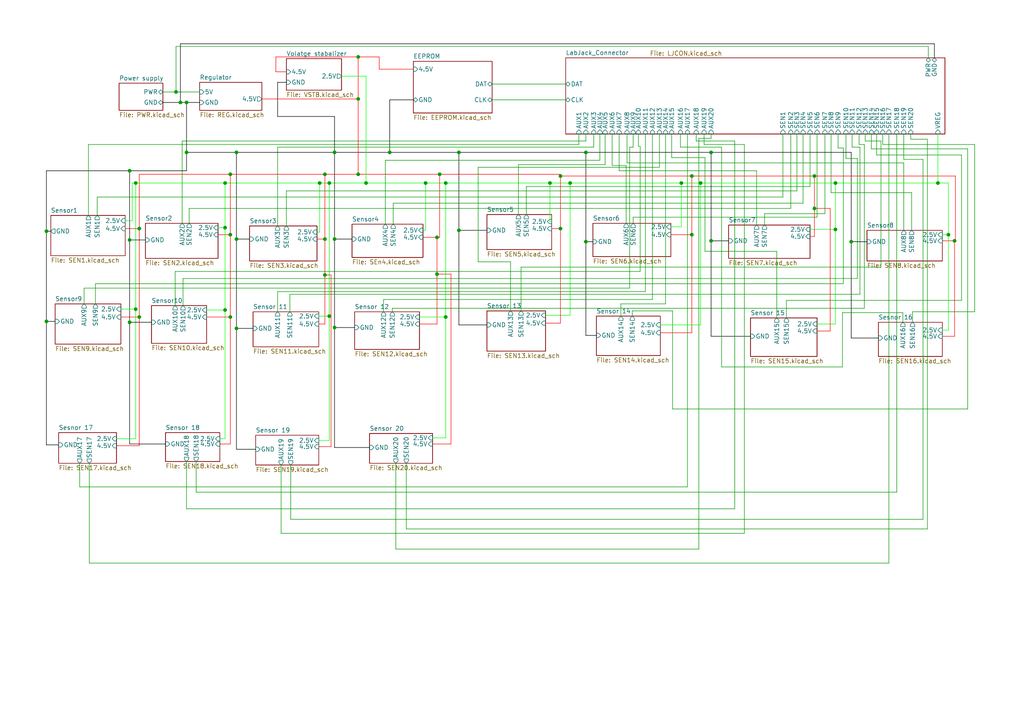
<source format=kicad_sch>
(kicad_sch (version 20230121) (generator eeschema)

  (uuid 67b6672b-0c15-41a5-a844-17aa721018b8)

  (paper "A4")

  (lib_symbols
  )

  (junction (at 206.248 44.196) (diameter 0) (color 0 0 0 0)
    (uuid 074679d8-c72f-4731-9695-99434cbd7ba7)
  )
  (junction (at 65.278 53.086) (diameter 0) (color 0 0 0 0)
    (uuid 0bb46328-2b7a-4c19-bc64-ac5ecea97c3a)
  )
  (junction (at 126.746 79.502) (diameter 0) (color 0 0 0 0)
    (uuid 1089a1e2-b846-4099-b0fe-fd6e69e2c45f)
  )
  (junction (at 133.096 66.802) (diameter 0) (color 0 0 0 0)
    (uuid 166a88c3-46a1-4461-a096-ea8d76db2e41)
  )
  (junction (at 162.56 51.054) (diameter 0) (color 0 0 0 0)
    (uuid 16f48b64-3209-49ac-bf04-72b1de0447cf)
  )
  (junction (at 162.56 66.294) (diameter 0) (color 0 0 0 0)
    (uuid 1a09bc0a-20bf-4e76-80a8-1c794b12b5b1)
  )
  (junction (at 159.512 53.086) (diameter 0) (color 0 0 0 0)
    (uuid 1b87e454-1501-4dea-a25d-5043c3b368d1)
  )
  (junction (at 94.234 69.342) (diameter 0) (color 0 0 0 0)
    (uuid 1ea2749b-2b34-4ea0-934e-ad4849708c2e)
  )
  (junction (at 242.316 53.086) (diameter 0) (color 0 0 0 0)
    (uuid 23905725-ac13-497c-b365-1674290f0339)
  )
  (junction (at 276.86 69.85) (diameter 0) (color 0 0 0 0)
    (uuid 2b229d0a-c3a8-484d-bfc4-c0a4198ed822)
  )
  (junction (at 165.354 53.086) (diameter 0) (color 0 0 0 0)
    (uuid 2f2d7f10-6392-4e99-8d3a-cb7815af5b6c)
  )
  (junction (at 103.886 50.546) (diameter 0) (color 0 0 0 0)
    (uuid 3bee4aff-af07-4629-8bfb-a24ce37d1448)
  )
  (junction (at 68.58 95.25) (diameter 0) (color 0 0 0 0)
    (uuid 41eaecd8-d665-4523-a7e4-7dab4625a099)
  )
  (junction (at 97.028 44.196) (diameter 0) (color 0 0 0 0)
    (uuid 44074ac4-4b44-4285-aa49-d7aead7718c9)
  )
  (junction (at 39.37 89.662) (diameter 0) (color 0 0 0 0)
    (uuid 459a0c89-a41d-4852-bd87-a9be134e25c0)
  )
  (junction (at 52.324 29.718) (diameter 0) (color 0 0 0 0)
    (uuid 46cf0e0a-dd93-440e-b856-45e8f50d7600)
  )
  (junction (at 66.802 91.948) (diameter 0) (color 0 0 0 0)
    (uuid 47653ce1-4148-406b-a3f9-407359737b4e)
  )
  (junction (at 66.802 68.072) (diameter 0) (color 0 0 0 0)
    (uuid 49175e3a-da6f-44e1-9151-2fb799728092)
  )
  (junction (at 37.592 93.472) (diameter 0) (color 0 0 0 0)
    (uuid 49a4ce56-c979-4f70-8db5-5f47a5edd179)
  )
  (junction (at 200.66 68.072) (diameter 0) (color 0 0 0 0)
    (uuid 4cbd4653-58b9-451a-aba5-f9d78a2d718e)
  )
  (junction (at 200.66 51.054) (diameter 0) (color 0 0 0 0)
    (uuid 50322b09-1199-487f-adc4-321dfed6e238)
  )
  (junction (at 54.102 44.196) (diameter 0) (color 0 0 0 0)
    (uuid 51bafdcd-7fee-4874-a5b2-3d2949a58257)
  )
  (junction (at 13.462 67.056) (diameter 0) (color 0 0 0 0)
    (uuid 61564871-025e-4cd5-8a16-9b88db105482)
  )
  (junction (at 92.71 53.086) (diameter 0) (color 0 0 0 0)
    (uuid 6a7bcb86-742d-46fc-af64-5741e99268f9)
  )
  (junction (at 37.592 69.596) (diameter 0) (color 0 0 0 0)
    (uuid 6c42c9eb-8bbb-4085-9b7f-a3be4c4d9634)
  )
  (junction (at 13.462 93.218) (diameter 0) (color 0 0 0 0)
    (uuid 6e293e13-c641-4991-9461-394d0a8ce5ad)
  )
  (junction (at 40.386 91.948) (diameter 0) (color 0 0 0 0)
    (uuid 76a00db8-2001-41cf-af7f-c80a9f27e2f5)
  )
  (junction (at 95.504 91.694) (diameter 0) (color 0 0 0 0)
    (uuid 784afdf7-03d4-421d-b0d0-d1375a105c13)
  )
  (junction (at 133.096 44.196) (diameter 0) (color 0 0 0 0)
    (uuid 837ebb7d-b9d9-4994-9984-1625f35b4853)
  )
  (junction (at 68.58 69.342) (diameter 0) (color 0 0 0 0)
    (uuid 83a174b8-b6c5-44e6-99bf-80f2d9a91123)
  )
  (junction (at 66.802 50.546) (diameter 0) (color 0 0 0 0)
    (uuid 8523ebde-50ac-4b8d-a44f-3cb5b8cbe9cc)
  )
  (junction (at 129.286 53.086) (diameter 0) (color 0 0 0 0)
    (uuid 8a07335c-a306-4370-94e1-50e10035f03c)
  )
  (junction (at 94.234 79.756) (diameter 0) (color 0 0 0 0)
    (uuid 8beffb2a-8526-4fde-9899-f502f520a4ae)
  )
  (junction (at 54.102 29.718) (diameter 0) (color 0 0 0 0)
    (uuid 8dc08b62-298b-4e0c-ac85-e1af49c97ab9)
  )
  (junction (at 103.886 28.702) (diameter 0) (color 0 0 0 0)
    (uuid 913ef0ce-8d9a-440f-843c-113f8d1e8932)
  )
  (junction (at 246.888 70.104) (diameter 0) (color 0 0 0 0)
    (uuid 9164d12a-76a9-4c99-8e4b-700c3c482e31)
  )
  (junction (at 272.034 53.086) (diameter 0) (color 0 0 0 0)
    (uuid 92232ece-9d70-41fc-a246-b6a70f40988a)
  )
  (junction (at 97.028 94.996) (diameter 0) (color 0 0 0 0)
    (uuid 960dab7b-831e-4b18-b0fe-d46543962f2e)
  )
  (junction (at 40.386 66.294) (diameter 0) (color 0 0 0 0)
    (uuid 9db82d8c-b9be-4f3f-abab-aff61e806938)
  )
  (junction (at 129.286 91.948) (diameter 0) (color 0 0 0 0)
    (uuid 9f1a8ef8-991e-426e-a01e-97796846e0cc)
  )
  (junction (at 236.22 60.452) (diameter 0) (color 0 0 0 0)
    (uuid a459befd-f823-449c-baee-677258416d3f)
  )
  (junction (at 106.172 53.086) (diameter 0) (color 0 0 0 0)
    (uuid a8b233e3-0003-4af1-aece-a8827e97da22)
  )
  (junction (at 103.886 16.51) (diameter 0) (color 0 0 0 0)
    (uuid b37ca1e5-1554-4757-860c-311254907b7b)
  )
  (junction (at 236.22 51.054) (diameter 0) (color 0 0 0 0)
    (uuid b46079e9-f30e-4bae-9883-480c4954f232)
  )
  (junction (at 97.028 69.342) (diameter 0) (color 0 0 0 0)
    (uuid b5600769-1e14-4656-86ec-53624b9e240f)
  )
  (junction (at 206.248 69.85) (diameter 0) (color 0 0 0 0)
    (uuid b59248fe-646e-4bea-8415-dc9533027615)
  )
  (junction (at 39.37 53.086) (diameter 0) (color 0 0 0 0)
    (uuid b766a9ed-affd-4937-9bd8-2dab1b7f34cf)
  )
  (junction (at 127.508 50.546) (diameter 0) (color 0 0 0 0)
    (uuid b76b40f3-b972-4caa-a9c6-8f3c4261bc4f)
  )
  (junction (at 169.926 44.196) (diameter 0) (color 0 0 0 0)
    (uuid ba79ede2-79e5-475c-b0d2-b64c16107dd6)
  )
  (junction (at 65.278 89.916) (diameter 0) (color 0 0 0 0)
    (uuid bb35c23f-845a-4170-8d69-76a7a0cd90ed)
  )
  (junction (at 169.926 70.104) (diameter 0) (color 0 0 0 0)
    (uuid bc059e42-7aab-4852-88f6-21c35139d1f6)
  )
  (junction (at 51.054 26.67) (diameter 0) (color 0 0 0 0)
    (uuid c119c72d-ced3-46c4-b047-0fa611c92a93)
  )
  (junction (at 68.58 44.196) (diameter 0) (color 0 0 0 0)
    (uuid d3b48a6f-8f9b-40b1-b7b2-bf333d0ef137)
  )
  (junction (at 94.234 50.546) (diameter 0) (color 0 0 0 0)
    (uuid db43f3b6-b721-4871-9816-ccf0048ba98e)
  )
  (junction (at 197.612 53.086) (diameter 0) (color 0 0 0 0)
    (uuid db5d1260-5602-4a01-bc73-241dfee22a16)
  )
  (junction (at 126.746 68.834) (diameter 0) (color 0 0 0 0)
    (uuid dec25bc7-b69e-4aba-91b3-2f2624046671)
  )
  (junction (at 123.444 53.086) (diameter 0) (color 0 0 0 0)
    (uuid e0275149-f2d5-4b3c-8323-1cd44f51bbb9)
  )
  (junction (at 95.504 53.086) (diameter 0) (color 0 0 0 0)
    (uuid e9b3f45b-760f-4f33-bc8b-6c08d68aa549)
  )
  (junction (at 203.2 53.086) (diameter 0) (color 0 0 0 0)
    (uuid eba5a4a7-e89c-4987-8a1b-ea40711b1db7)
  )
  (junction (at 275.082 68.072) (diameter 0) (color 0 0 0 0)
    (uuid ee52ac8d-53b1-4275-a3d8-0a73ca4ea2b8)
  )
  (junction (at 113.03 44.196) (diameter 0) (color 0 0 0 0)
    (uuid f6debce1-2f17-4057-8cf9-2b4ee0705054)
  )
  (junction (at 37.592 49.53) (diameter 0) (color 0 0 0 0)
    (uuid f6fc0431-a1d1-433f-ba63-0916a00e0b7e)
  )
  (junction (at 242.316 66.548) (diameter 0) (color 0 0 0 0)
    (uuid f8c59268-3228-419b-aba9-4c2e20d84d06)
  )
  (junction (at 65.278 66.04) (diameter 0) (color 0 0 0 0)
    (uuid fb039df3-9d8b-4a56-a575-792c9704c638)
  )

  (wire (pts (xy 272.034 53.086) (xy 242.316 53.086))
    (stroke (width 0) (type default) (color 0 255 0 1))
    (uuid 0081fb60-5a8d-49e1-9652-796ee4ba385b)
  )
  (wire (pts (xy 80.518 33.782) (xy 97.028 33.782))
    (stroke (width 0) (type default) (color 0 0 0 1))
    (uuid 021b7cd7-2c7a-441a-9ea5-7edf1e217cf4)
  )
  (wire (pts (xy 133.096 44.196) (xy 169.926 44.196))
    (stroke (width 0) (type default) (color 0 0 0 1))
    (uuid 03cd7868-5f53-4938-a0d9-5ae666741d94)
  )
  (wire (pts (xy 182.626 42.672) (xy 183.642 42.672))
    (stroke (width 0) (type default))
    (uuid 0458168d-fb28-477c-9985-b272d1f34281)
  )
  (wire (pts (xy 92.71 67.31) (xy 92.71 53.086))
    (stroke (width 0) (type default) (color 0 255 0 1))
    (uuid 04f00188-fd9c-41ca-9b84-44d9a7076387)
  )
  (wire (pts (xy 35.052 89.662) (xy 39.37 89.662))
    (stroke (width 0) (type default) (color 0 255 0 1))
    (uuid 05f65255-45d0-4ac1-a240-82d8961c19a6)
  )
  (wire (pts (xy 72.39 69.342) (xy 68.58 69.342))
    (stroke (width 0) (type default) (color 0 0 0 1))
    (uuid 061b8973-0613-4074-adcb-1f9a8037dead)
  )
  (wire (pts (xy 40.386 50.546) (xy 66.802 50.546))
    (stroke (width 0) (type default) (color 255 0 0 1))
    (uuid 0784a08a-59c9-4b52-ba8d-ae9570226abf)
  )
  (wire (pts (xy 257.81 163.322) (xy 257.81 38.862))
    (stroke (width 0) (type default))
    (uuid 07b4361f-8253-4211-85d9-8b882d0fc088)
  )
  (wire (pts (xy 94.234 50.546) (xy 94.234 69.342))
    (stroke (width 0) (type default) (color 255 0 0 1))
    (uuid 07c0364e-5047-4838-816a-30bbb201717a)
  )
  (wire (pts (xy 113.03 44.196) (xy 133.096 44.196))
    (stroke (width 0) (type default) (color 0 0 0 1))
    (uuid 07f25a46-55c8-42c5-9802-a4f3c1a2c5eb)
  )
  (wire (pts (xy 201.93 40.894) (xy 201.93 38.862))
    (stroke (width 0) (type default))
    (uuid 095acbcc-6de7-4eb9-9757-d8ca88d4755f)
  )
  (wire (pts (xy 92.71 53.086) (xy 95.504 53.086))
    (stroke (width 0) (type default) (color 0 255 0 1))
    (uuid 0b27acc6-af48-44fa-a613-41732d0b273e)
  )
  (wire (pts (xy 138.684 75.946) (xy 138.684 48.514))
    (stroke (width 0) (type default))
    (uuid 0b7f7e52-0443-496f-b07f-f7d6e624ca85)
  )
  (wire (pts (xy 54.102 147.574) (xy 213.106 147.574))
    (stroke (width 0) (type default))
    (uuid 0c481fe9-e68d-48a0-b7b3-6800670d1b2a)
  )
  (wire (pts (xy 236.22 68.58) (xy 236.22 60.452))
    (stroke (width 0) (type default) (color 255 0 0 1))
    (uuid 0d2f2a41-49b0-402b-9ad5-9f24f8ede49c)
  )
  (wire (pts (xy 181.61 48.006) (xy 177.546 48.006))
    (stroke (width 0) (type default))
    (uuid 0f371b6e-03af-4dfd-a974-4476cbb22924)
  )
  (wire (pts (xy 225.298 92.202) (xy 225.298 72.898))
    (stroke (width 0) (type default))
    (uuid 0fe8ed25-9ab3-46ca-a16e-191463215e35)
  )
  (wire (pts (xy 74.168 130.302) (xy 68.58 130.302))
    (stroke (width 0) (type default) (color 0 0 0 1))
    (uuid 10dc622a-8e43-405a-9be2-1cbe42c8b833)
  )
  (wire (pts (xy 217.678 97.536) (xy 206.248 97.536))
    (stroke (width 0) (type default) (color 0 0 0 1))
    (uuid 11068c65-3454-4e52-8191-09add83e176d)
  )
  (wire (pts (xy 180.086 91.694) (xy 180.086 88.138))
    (stroke (width 0) (type default))
    (uuid 122b4113-2e26-44fd-b727-30dbd2299938)
  )
  (wire (pts (xy 182.626 83.566) (xy 182.626 42.672))
    (stroke (width 0) (type default))
    (uuid 13e6f37b-98d6-4fef-8590-967109c2ae80)
  )
  (wire (pts (xy 191.516 94.234) (xy 203.2 94.234))
    (stroke (width 0) (type default) (color 0 255 0 1))
    (uuid 1515302a-cdc6-4c28-bdc8-18e7f55751b8)
  )
  (wire (pts (xy 185.674 78.74) (xy 185.674 42.418))
    (stroke (width 0) (type default))
    (uuid 161eb016-b993-4fb2-9af7-cb0af89cfd03)
  )
  (wire (pts (xy 37.592 93.472) (xy 37.592 128.778))
    (stroke (width 0) (type default) (color 0 0 0 1))
    (uuid 1634d00c-76b1-4092-9fdd-58bf5b6353c2)
  )
  (wire (pts (xy 126.746 79.502) (xy 126.746 68.834))
    (stroke (width 0) (type default) (color 255 0 0 1))
    (uuid 166e3210-ef87-4f00-af41-3eb216b08024)
  )
  (wire (pts (xy 248.666 45.974) (xy 245.364 45.974))
    (stroke (width 0) (type default))
    (uuid 1698907b-61c3-4cfb-bc00-99b56f955f34)
  )
  (wire (pts (xy 65.278 66.04) (xy 65.278 89.916))
    (stroke (width 0) (type default) (color 0 255 0 1))
    (uuid 17d1332e-e35c-45c1-9008-da5fc8bdbb77)
  )
  (wire (pts (xy 66.802 50.546) (xy 94.234 50.546))
    (stroke (width 0) (type default) (color 255 0 0 1))
    (uuid 17e02dc5-704f-4c7b-a4d9-053c030bede5)
  )
  (wire (pts (xy 68.58 44.196) (xy 54.102 44.196))
    (stroke (width 0) (type default) (color 0 0 0 1))
    (uuid 185affc1-dd80-4abb-b257-7fee91778174)
  )
  (wire (pts (xy 206.248 44.196) (xy 169.926 44.196))
    (stroke (width 0) (type default) (color 0 0 0 1))
    (uuid 186b6a72-d005-4704-b24e-9464cd77b204)
  )
  (wire (pts (xy 262.128 47.244) (xy 181.864 47.244))
    (stroke (width 0) (type default))
    (uuid 18864dc6-4fc9-47f8-9f8a-62dd1b5af745)
  )
  (wire (pts (xy 96.012 79.756) (xy 94.234 79.756))
    (stroke (width 0) (type default) (color 255 0 0 1))
    (uuid 1a53826f-101b-4781-8ddd-99bd88544cd2)
  )
  (wire (pts (xy 194.818 45.72) (xy 194.818 38.862))
    (stroke (width 0) (type default))
    (uuid 1a8d6c92-5e83-431b-857d-f2c347776763)
  )
  (wire (pts (xy 133.096 44.196) (xy 133.096 66.802))
    (stroke (width 0) (type default) (color 0 0 0 1))
    (uuid 1acb82a1-349c-4e72-85c6-a41c107bfc61)
  )
  (wire (pts (xy 114.808 134.366) (xy 114.808 159.258))
    (stroke (width 0) (type default))
    (uuid 1bb4569c-a37d-446f-9e56-97b49b59aef6)
  )
  (wire (pts (xy 221.742 65.278) (xy 221.742 61.976))
    (stroke (width 0) (type default))
    (uuid 1c3e600e-65a6-4fb9-b98a-c7eec5771f46)
  )
  (wire (pts (xy 113.792 89.408) (xy 250.698 89.408))
    (stroke (width 0) (type default))
    (uuid 1dbfa84a-1ac5-4229-934f-149d9a5b2e0b)
  )
  (wire (pts (xy 175.514 47.752) (xy 175.514 38.862))
    (stroke (width 0) (type default))
    (uuid 1dc4bdb4-ccc7-4082-946a-77145b40fae2)
  )
  (wire (pts (xy 264.414 66.802) (xy 264.414 55.88))
    (stroke (width 0) (type default))
    (uuid 1e186f8f-a380-4061-8557-1fe86bb30965)
  )
  (wire (pts (xy 142.748 28.956) (xy 164.084 28.956))
    (stroke (width 0) (type default))
    (uuid 1e985e5a-1ea8-4c88-89e2-4888eb21672f)
  )
  (wire (pts (xy 282.702 90.424) (xy 282.702 41.91))
    (stroke (width 0) (type default))
    (uuid 1f390e64-54f9-4007-a923-52e706d879f4)
  )
  (wire (pts (xy 92.456 93.98) (xy 94.234 93.98))
    (stroke (width 0) (type default) (color 255 0 0 1))
    (uuid 1fd3d3dc-1b9b-4018-9cae-b3584dc24ce8)
  )
  (wire (pts (xy 183.388 90.17) (xy 195.072 90.17))
    (stroke (width 0) (type default))
    (uuid 20dde939-50ae-4edc-b415-d5261f4c8291)
  )
  (wire (pts (xy 97.028 33.782) (xy 97.028 44.196))
    (stroke (width 0) (type default) (color 0 0 0 1))
    (uuid 223fd311-1c86-4542-81a8-5dfc6fc652b1)
  )
  (wire (pts (xy 236.982 96.012) (xy 240.792 96.012))
    (stroke (width 0) (type default) (color 255 0 0 1))
    (uuid 22ee1a3b-8368-4e86-9438-8d268b3a14d0)
  )
  (wire (pts (xy 33.782 129.286) (xy 40.386 129.286))
    (stroke (width 0) (type default) (color 255 0 0 1))
    (uuid 23cadbe4-9398-473d-b2f4-ee84d31d8825)
  )
  (wire (pts (xy 125.476 128.778) (xy 130.81 128.778))
    (stroke (width 0) (type default) (color 255 0 0 1))
    (uuid 23f4b1be-ff05-44c1-b4fd-10d9446e5e98)
  )
  (wire (pts (xy 54.102 133.858) (xy 54.102 147.574))
    (stroke (width 0) (type default))
    (uuid 24d13435-69db-40ab-b7c0-069b5d2d1168)
  )
  (wire (pts (xy 254.254 44.958) (xy 254.254 38.862))
    (stroke (width 0) (type default))
    (uuid 252b0f25-36d8-4e29-bdde-72f4da35d6a4)
  )
  (wire (pts (xy 123.444 53.086) (xy 129.286 53.086))
    (stroke (width 0) (type default) (color 0 255 0 1))
    (uuid 252b6c11-bcbe-4bff-840f-504c48c5c6c8)
  )
  (wire (pts (xy 13.462 129.032) (xy 13.462 93.218))
    (stroke (width 0) (type default) (color 0 0 0 1))
    (uuid 25362266-a283-4681-9a81-0d9a70f9280e)
  )
  (wire (pts (xy 54.864 64.77) (xy 54.864 60.452))
    (stroke (width 0) (type default))
    (uuid 26a3e824-d266-42da-bc13-17912d48f215)
  )
  (wire (pts (xy 202.692 40.132) (xy 206.248 40.132))
    (stroke (width 0) (type default))
    (uuid 27a26fa1-47c5-4c12-ae7f-a081c5061182)
  )
  (wire (pts (xy 96.012 129.54) (xy 96.012 79.756))
    (stroke (width 0) (type default) (color 255 0 0 1))
    (uuid 28609e84-69cd-4347-bbd5-d98fccead513)
  )
  (wire (pts (xy 255.524 40.894) (xy 250.952 40.894))
    (stroke (width 0) (type default))
    (uuid 28acd800-7e14-4ee7-8a1c-1dcbadc64112)
  )
  (wire (pts (xy 172.212 38.862) (xy 172.212 42.672))
    (stroke (width 0) (type default))
    (uuid 28e925b7-326d-4f39-bdb7-0a7b79e5e4b3)
  )
  (wire (pts (xy 150.368 47.752) (xy 175.514 47.752))
    (stroke (width 0) (type default))
    (uuid 2970216c-6296-4108-8886-05951a6d61d1)
  )
  (wire (pts (xy 261.874 93.472) (xy 261.874 90.678))
    (stroke (width 0) (type default))
    (uuid 29f65e02-9c79-4566-afa9-744c829562cf)
  )
  (wire (pts (xy 94.234 69.342) (xy 94.234 79.756))
    (stroke (width 0) (type default) (color 255 0 0 1))
    (uuid 2aefa760-88aa-4a4b-838e-27484266a851)
  )
  (wire (pts (xy 234.95 68.58) (xy 236.22 68.58))
    (stroke (width 0) (type default) (color 255 0 0 1))
    (uuid 2b888bc3-4178-4ac2-9241-3d4322c77153)
  )
  (wire (pts (xy 204.216 41.91) (xy 204.216 38.862))
    (stroke (width 0) (type default))
    (uuid 2e3ec8bd-199e-4546-9618-4978ee3b33e5)
  )
  (wire (pts (xy 103.886 16.51) (xy 80.01 16.51))
    (stroke (width 0) (type default) (color 255 0 0 1))
    (uuid 2ecd870c-8ea4-489a-a42c-56bb713a6290)
  )
  (wire (pts (xy 94.234 50.546) (xy 103.886 50.546))
    (stroke (width 0) (type default) (color 255 0 0 1))
    (uuid 2ed91084-9f79-4e3b-a1f1-cc3a9f0330bb)
  )
  (wire (pts (xy 167.894 41.91) (xy 167.894 38.862))
    (stroke (width 0) (type default))
    (uuid 3007d9b8-8c46-4200-9c30-c059fdc2fc5c)
  )
  (wire (pts (xy 248.666 80.772) (xy 248.666 45.974))
    (stroke (width 0) (type default))
    (uuid 31bda6a8-8588-48bc-b593-dc8f16a474d6)
  )
  (wire (pts (xy 277.114 69.85) (xy 276.86 69.85))
    (stroke (width 0) (type default) (color 255 0 0 1))
    (uuid 32af3451-58ff-4199-91e0-fc37ff08e136)
  )
  (wire (pts (xy 152.654 54.102) (xy 234.95 54.102))
    (stroke (width 0) (type default))
    (uuid 33776a53-047b-48c1-99aa-714f30c87dff)
  )
  (wire (pts (xy 50.8 78.74) (xy 50.8 88.646))
    (stroke (width 0) (type default))
    (uuid 339e6de0-688a-44df-a008-c8144373acb5)
  )
  (wire (pts (xy 65.278 53.086) (xy 65.278 66.04))
    (stroke (width 0) (type default) (color 0 255 0 1))
    (uuid 3449e5ef-d293-4786-9c37-cf7988b8fa7d)
  )
  (wire (pts (xy 267.716 150.622) (xy 267.716 46.228))
    (stroke (width 0) (type default))
    (uuid 3452d022-a000-44a8-a4b8-f14644bb8699)
  )
  (wire (pts (xy 84.074 90.424) (xy 84.074 85.344))
    (stroke (width 0) (type default))
    (uuid 3544250a-496c-4932-9d7a-0d59a8587651)
  )
  (wire (pts (xy 95.504 53.086) (xy 95.504 91.694))
    (stroke (width 0) (type default) (color 0 255 0 1))
    (uuid 3637044f-1b5e-4862-84a3-138e97b2a304)
  )
  (wire (pts (xy 35.052 91.948) (xy 40.386 91.948))
    (stroke (width 0) (type default) (color 255 0 0 1))
    (uuid 38f15bdd-73b6-4ecb-aa47-5beeb89e360c)
  )
  (wire (pts (xy 91.948 67.31) (xy 92.71 67.31))
    (stroke (width 0) (type default) (color 0 255 0 1))
    (uuid 393afe8d-4b04-4453-89a8-64798ef5ffa3)
  )
  (wire (pts (xy 103.886 28.702) (xy 103.886 50.546))
    (stroke (width 0) (type default) (color 255 0 0 1))
    (uuid 3a040668-ff88-48da-8a45-a951b61a99fd)
  )
  (wire (pts (xy 234.95 54.102) (xy 234.95 38.862))
    (stroke (width 0) (type default))
    (uuid 3a2e299e-fd86-44fe-870e-64a31e08db9d)
  )
  (wire (pts (xy 97.028 69.342) (xy 97.028 94.996))
    (stroke (width 0) (type default) (color 0 0 0 1))
    (uuid 3cb38fdd-034d-425a-9c7c-c9879a53255d)
  )
  (wire (pts (xy 66.802 68.072) (xy 66.802 91.948))
    (stroke (width 0) (type default) (color 255 0 0 1))
    (uuid 3cb512ed-bb09-4c3f-9628-86257604707a)
  )
  (wire (pts (xy 37.592 69.596) (xy 37.592 93.472))
    (stroke (width 0) (type default) (color 0 0 0 1))
    (uuid 3d048451-9e35-4222-93ff-ca3d72a3c5c6)
  )
  (wire (pts (xy 114.808 159.258) (xy 202.692 159.258))
    (stroke (width 0) (type default))
    (uuid 3d38e46c-b1cf-4d42-80ca-dbefc52810c8)
  )
  (wire (pts (xy 251.46 70.104) (xy 246.888 70.104))
    (stroke (width 0) (type default) (color 0 0 0 1))
    (uuid 3e300606-d4ba-4220-a180-b98d0afb447d)
  )
  (wire (pts (xy 66.802 91.948) (xy 66.802 128.778))
    (stroke (width 0) (type default) (color 255 0 0 1))
    (uuid 3e9f125a-577e-4c6b-b4e7-f91c14efd14d)
  )
  (wire (pts (xy 162.56 51.054) (xy 200.66 51.054))
    (stroke (width 0) (type default) (color 255 0 0 1))
    (uuid 3ec1584a-49cc-45bd-a654-214c1f1f77a7)
  )
  (wire (pts (xy 228.092 92.202) (xy 228.092 87.122))
    (stroke (width 0) (type default))
    (uuid 3f24e7c0-e0ca-4e25-9fa3-91f716500941)
  )
  (wire (pts (xy 169.926 40.894) (xy 169.926 38.862))
    (stroke (width 0) (type default))
    (uuid 400e4020-69d3-4806-855f-ed6401fc522f)
  )
  (wire (pts (xy 272.034 38.862) (xy 272.034 53.086))
    (stroke (width 0) (type default) (color 0 255 0 1))
    (uuid 409c738c-8add-4195-b767-4ef4ba9b1c0a)
  )
  (wire (pts (xy 80.01 16.51) (xy 80.01 20.828))
    (stroke (width 0) (type default) (color 255 0 0 1))
    (uuid 40ce8214-51fe-4845-bac3-f96aba7f6554)
  )
  (wire (pts (xy 127.508 68.834) (xy 126.746 68.834))
    (stroke (width 0) (type default) (color 255 0 0 1))
    (uuid 43808570-ddfb-4d49-bccf-3e96b43deb99)
  )
  (wire (pts (xy 267.716 46.228) (xy 262.128 46.228))
    (stroke (width 0) (type default))
    (uuid 44298240-65dd-474b-bf15-364742784833)
  )
  (wire (pts (xy 280.67 118.618) (xy 280.67 43.18))
    (stroke (width 0) (type default))
    (uuid 459fbb1d-3278-4dae-bfc1-8cdbbe5f844f)
  )
  (wire (pts (xy 162.56 51.054) (xy 162.56 66.294))
    (stroke (width 0) (type default) (color 255 0 0 1))
    (uuid 45a46c3d-0a22-4d23-af76-a68f7e1f15e7)
  )
  (wire (pts (xy 256.032 38.862) (xy 256.032 41.91))
    (stroke (width 0) (type default))
    (uuid 46317a81-d7d4-4c32-9efb-476d13909fe8)
  )
  (wire (pts (xy 51.054 26.67) (xy 57.912 26.67))
    (stroke (width 0) (type default))
    (uuid 47f749ce-6c13-4dea-8d52-37c44d28b3c6)
  )
  (wire (pts (xy 227.076 57.15) (xy 227.076 38.862))
    (stroke (width 0) (type default))
    (uuid 48844094-befb-4fae-8804-16ec19351979)
  )
  (wire (pts (xy 17.018 129.032) (xy 13.462 129.032))
    (stroke (width 0) (type default) (color 0 0 0 1))
    (uuid 49eef932-17ac-43f5-bce7-4eb5b224f970)
  )
  (wire (pts (xy 262.128 66.802) (xy 262.128 47.244))
    (stroke (width 0) (type default))
    (uuid 4c88e72c-e3de-482f-be1e-9b7ae9b9355b)
  )
  (wire (pts (xy 197.358 42.672) (xy 197.358 38.862))
    (stroke (width 0) (type default))
    (uuid 4cbaeab7-1afb-491c-9ad8-9792f46e684f)
  )
  (wire (pts (xy 197.612 53.086) (xy 165.354 53.086))
    (stroke (width 0) (type default) (color 0 255 0 1))
    (uuid 4cc16cd8-710c-4243-a0ad-6f96158bffe5)
  )
  (wire (pts (xy 109.982 16.51) (xy 103.886 16.51))
    (stroke (width 0) (type default) (color 255 0 0 1))
    (uuid 4d327122-bc14-4c39-8f52-df7fa0eef15c)
  )
  (wire (pts (xy 80.01 20.828) (xy 83.058 20.828))
    (stroke (width 0) (type default) (color 255 0 0 1))
    (uuid 4d95ec4b-1360-4d3d-9855-fc62f273f3c7)
  )
  (wire (pts (xy 200.66 51.054) (xy 236.22 51.054))
    (stroke (width 0) (type default) (color 255 0 0 1))
    (uuid 4e363e32-dd3e-49d1-9861-6265a85b4764)
  )
  (wire (pts (xy 97.028 44.196) (xy 97.028 69.342))
    (stroke (width 0) (type default) (color 0 0 0 1))
    (uuid 4e3b353c-b2f1-4e85-ae9d-50e7e4edf9fb)
  )
  (wire (pts (xy 243.078 38.862) (xy 243.078 42.926))
    (stroke (width 0) (type default))
    (uuid 4ee6dc1d-59ac-4ef0-a273-258b0ba9af0c)
  )
  (wire (pts (xy 95.504 127.762) (xy 95.504 91.694))
    (stroke (width 0) (type default) (color 0 255 0 1))
    (uuid 4f4886ae-7e8e-4f9d-9254-3d5c53019ff6)
  )
  (wire (pts (xy 117.856 134.366) (xy 117.856 153.416))
    (stroke (width 0) (type default))
    (uuid 503b703b-fd00-4426-81eb-c2ae1ca51205)
  )
  (wire (pts (xy 16.002 93.218) (xy 13.462 93.218))
    (stroke (width 0) (type default) (color 0 0 0 1))
    (uuid 5080a1a5-9bb2-4f18-a918-b0c73b908d5c)
  )
  (wire (pts (xy 38.354 64.008) (xy 36.322 64.008))
    (stroke (width 0) (type default) (color 0 255 0 1))
    (uuid 50a20d0c-1501-49de-997b-edb5ae3c4a34)
  )
  (wire (pts (xy 282.702 41.91) (xy 256.032 41.91))
    (stroke (width 0) (type default))
    (uuid 51103764-2bf9-4c29-bc22-b180f78c2fe8)
  )
  (wire (pts (xy 202.692 159.258) (xy 202.692 40.132))
    (stroke (width 0) (type default))
    (uuid 51f73f44-c316-4512-84e5-d0477beb1d19)
  )
  (wire (pts (xy 213.106 147.574) (xy 213.106 40.894))
    (stroke (width 0) (type default))
    (uuid 523922dc-9c91-4939-adb0-8b6967bd0fa7)
  )
  (wire (pts (xy 25.654 41.91) (xy 167.894 41.91))
    (stroke (width 0) (type default))
    (uuid 527696ab-5453-4bb5-b571-11c6ce142e68)
  )
  (wire (pts (xy 113.792 89.408) (xy 113.792 90.424))
    (stroke (width 0) (type default))
    (uuid 52ca90e9-6c82-40c7-a878-141ae33915a8)
  )
  (wire (pts (xy 183.642 42.672) (xy 183.642 38.862))
    (stroke (width 0) (type default))
    (uuid 531e9c39-7c36-4113-b082-76aa7c5f36d0)
  )
  (wire (pts (xy 37.592 93.472) (xy 43.942 93.472))
    (stroke (width 0) (type default) (color 0 0 0 1))
    (uuid 53794a94-787d-499d-a83f-a045df79d3e1)
  )
  (wire (pts (xy 54.102 49.53) (xy 54.102 44.196))
    (stroke (width 0) (type default) (color 0 0 0 1))
    (uuid 53bb4e9d-e16f-4402-95df-e6cd0f305e2c)
  )
  (wire (pts (xy 23.114 134.366) (xy 23.114 141.224))
    (stroke (width 0) (type default))
    (uuid 55674ebe-ebde-4f1c-8e7d-c66d1231cf98)
  )
  (wire (pts (xy 37.592 69.596) (xy 42.164 69.596))
    (stroke (width 0) (type default) (color 0 0 0 1))
    (uuid 55f573f3-1670-4ddd-bc54-96da7558adc5)
  )
  (wire (pts (xy 97.028 44.196) (xy 113.03 44.196))
    (stroke (width 0) (type default) (color 0 0 0 1))
    (uuid 561a4afb-6fc0-4f18-bdc2-9b9f76a31953)
  )
  (wire (pts (xy 185.674 42.418) (xy 185.166 42.418))
    (stroke (width 0) (type default))
    (uuid 566735f0-fd20-4257-ba2c-5e20a188118f)
  )
  (wire (pts (xy 171.958 70.104) (xy 169.926 70.104))
    (stroke (width 0) (type default) (color 0 0 0 1))
    (uuid 56d74748-55a5-4310-a496-f57090dbfe4d)
  )
  (wire (pts (xy 250.698 41.91) (xy 249.174 41.91))
    (stroke (width 0) (type default))
    (uuid 57449442-e8ed-4e9a-a411-5a98f5fa7629)
  )
  (wire (pts (xy 68.58 130.302) (xy 68.58 95.25))
    (stroke (width 0) (type default) (color 0 0 0 1))
    (uuid 5a13b1fc-81ad-494a-ad6f-d027ce8603b9)
  )
  (wire (pts (xy 221.742 61.976) (xy 239.268 61.976))
    (stroke (width 0) (type default))
    (uuid 5a1a2546-ef4c-45b1-9bb7-0c3ec94a4ad6)
  )
  (wire (pts (xy 119.888 28.956) (xy 113.03 28.956))
    (stroke (width 0) (type default) (color 0 0 0 1))
    (uuid 5a790a6f-eb9e-4de1-9bb8-141c773c8bb4)
  )
  (wire (pts (xy 111.76 46.482) (xy 173.99 46.482))
    (stroke (width 0) (type default))
    (uuid 5baa0121-d329-4ad2-870c-7ab7d4a00ecb)
  )
  (wire (pts (xy 52.324 12.7) (xy 52.324 29.718))
    (stroke (width 0) (type default) (color 0 0 0 1))
    (uuid 5bb85b15-068e-485a-a688-b314d235d06b)
  )
  (wire (pts (xy 181.864 47.244) (xy 181.864 38.862))
    (stroke (width 0) (type default))
    (uuid 5e028f99-d824-4701-95fe-38549537256d)
  )
  (wire (pts (xy 244.602 42.926) (xy 243.078 42.926))
    (stroke (width 0) (type default))
    (uuid 5ed464d9-9294-4736-acbc-e50b95a05fcf)
  )
  (wire (pts (xy 194.564 68.072) (xy 200.66 68.072))
    (stroke (width 0) (type default) (color 255 0 0 1))
    (uuid 5f6f07fc-e860-454e-8041-a626e242f2b3)
  )
  (wire (pts (xy 121.666 91.948) (xy 129.286 91.948))
    (stroke (width 0) (type default) (color 0 255 0 1))
    (uuid 5f7821dd-24a0-4b87-b18b-52b796bd6519)
  )
  (wire (pts (xy 52.832 64.77) (xy 52.832 40.894))
    (stroke (width 0) (type default))
    (uuid 5fee95ea-2174-44f9-98f5-86a19b0ac262)
  )
  (wire (pts (xy 39.37 53.086) (xy 39.37 89.662))
    (stroke (width 0) (type default) (color 0 255 0 1))
    (uuid 60bf84d1-f952-4d1b-88ea-33ce5c934e28)
  )
  (wire (pts (xy 52.832 40.894) (xy 169.926 40.894))
    (stroke (width 0) (type default))
    (uuid 61541204-af80-447e-926d-cdd69fe92565)
  )
  (wire (pts (xy 244.348 90.678) (xy 244.348 106.426))
    (stroke (width 0) (type default))
    (uuid 61768600-ba88-427c-af31-6c3ce56a4777)
  )
  (wire (pts (xy 80.518 84.582) (xy 187.198 84.582))
    (stroke (width 0) (type default))
    (uuid 61c84ba7-4600-4eda-8571-c378a0a24c38)
  )
  (wire (pts (xy 232.918 58.928) (xy 232.918 38.862))
    (stroke (width 0) (type default))
    (uuid 625f5f0f-f430-430d-9d0d-47873ae5d586)
  )
  (wire (pts (xy 68.58 69.342) (xy 68.58 95.25))
    (stroke (width 0) (type default) (color 0 0 0 1))
    (uuid 6296bb44-6134-4ce3-969f-014b941fade0)
  )
  (wire (pts (xy 121.666 93.98) (xy 126.746 93.98))
    (stroke (width 0) (type default) (color 255 0 0 1))
    (uuid 62e5da01-396c-4717-ae8e-7e264c1ebcdf)
  )
  (wire (pts (xy 106.172 22.098) (xy 106.172 53.086))
    (stroke (width 0) (type default) (color 0 255 0 1))
    (uuid 6351b532-bac5-4e2d-988f-a17b5d5755c9)
  )
  (wire (pts (xy 106.172 53.086) (xy 123.444 53.086))
    (stroke (width 0) (type default) (color 0 255 0 1))
    (uuid 642c180e-dfc1-412a-9616-4e1f18198b38)
  )
  (wire (pts (xy 273.304 97.536) (xy 276.86 97.536))
    (stroke (width 0) (type default) (color 255 0 0 1))
    (uuid 642f14b2-e597-4e05-a90d-a05d070f7f4b)
  )
  (wire (pts (xy 122.682 66.802) (xy 123.444 66.802))
    (stroke (width 0) (type default) (color 0 255 0 1))
    (uuid 647b1b2a-2279-4ed8-af77-1d8b855c1509)
  )
  (wire (pts (xy 268.986 153.416) (xy 268.986 40.386))
    (stroke (width 0) (type default))
    (uuid 650e9609-9f28-4b68-aaad-aebe696f86ae)
  )
  (wire (pts (xy 249.428 42.672) (xy 247.142 42.672))
    (stroke (width 0) (type default))
    (uuid 6659be53-a8c0-416f-8ae0-32f5b9f27a64)
  )
  (wire (pts (xy 211.328 69.85) (xy 206.248 69.85))
    (stroke (width 0) (type default) (color 0 0 0 1))
    (uuid 665f750d-e9ba-4661-a2b3-6a38c6a2f92b)
  )
  (wire (pts (xy 33.782 127.254) (xy 39.37 127.254))
    (stroke (width 0) (type default) (color 0 255 0 1))
    (uuid 66e523a2-fa18-41b9-8569-97c09d571b91)
  )
  (wire (pts (xy 225.298 72.898) (xy 204.47 72.898))
    (stroke (width 0) (type default))
    (uuid 66ebd6b1-7339-45bd-adcc-2992975bf2a1)
  )
  (wire (pts (xy 242.316 66.548) (xy 242.316 93.98))
    (stroke (width 0) (type default) (color 0 255 0 1))
    (uuid 67a756b7-fcf4-460a-9740-6c6762e8c678)
  )
  (wire (pts (xy 261.874 90.678) (xy 244.348 90.678))
    (stroke (width 0) (type default))
    (uuid 67c2c562-388a-463f-ab0a-dab5c656398a)
  )
  (wire (pts (xy 203.2 94.234) (xy 203.2 53.086))
    (stroke (width 0) (type default) (color 0 255 0 1))
    (uuid 68ec1afe-3bd2-4b9e-a9e3-0bdb3c5aacec)
  )
  (wire (pts (xy 13.462 49.53) (xy 13.462 67.056))
    (stroke (width 0) (type default) (color 0 0 0 1))
    (uuid 68fb6b9a-63cc-4433-b221-266cf6179d6e)
  )
  (wire (pts (xy 102.87 94.996) (xy 97.028 94.996))
    (stroke (width 0) (type default) (color 0 0 0 1))
    (uuid 6a464f4c-a695-4116-b7dd-017b82c9e5dd)
  )
  (wire (pts (xy 84.074 85.344) (xy 249.428 85.344))
    (stroke (width 0) (type default))
    (uuid 6abc8860-6a29-4cdd-8dd3-abe48ed62ac1)
  )
  (wire (pts (xy 59.944 89.916) (xy 65.278 89.916))
    (stroke (width 0) (type default) (color 0 255 0 1))
    (uuid 6b2281f1-0dac-45d3-ab63-728342d4761c)
  )
  (wire (pts (xy 28.194 57.15) (xy 227.076 57.15))
    (stroke (width 0) (type default))
    (uuid 6d107898-76aa-4649-9394-7b35e7e5c3a5)
  )
  (wire (pts (xy 169.926 97.282) (xy 169.926 70.104))
    (stroke (width 0) (type default) (color 0 0 0 1))
    (uuid 6d3cde4a-d2fa-4e3e-abdd-3678e084904c)
  )
  (wire (pts (xy 215.9 41.91) (xy 204.216 41.91))
    (stroke (width 0) (type default))
    (uuid 6e123cc5-fd24-447d-aa52-3a1bc6d2ac32)
  )
  (wire (pts (xy 169.926 44.196) (xy 169.926 70.104))
    (stroke (width 0) (type default) (color 0 0 0 1))
    (uuid 6f18d537-bb2a-4da0-832a-9ad657fa4ce2)
  )
  (wire (pts (xy 245.364 45.974) (xy 245.364 38.862))
    (stroke (width 0) (type default))
    (uuid 6f34ee04-7e12-4e95-b90e-7edbbde7db88)
  )
  (wire (pts (xy 276.86 97.536) (xy 276.86 69.85))
    (stroke (width 0) (type default) (color 255 0 0 1))
    (uuid 6f40582b-5099-4d53-ac57-8dbd12903b19)
  )
  (wire (pts (xy 107.188 129.794) (xy 97.028 129.794))
    (stroke (width 0) (type default) (color 0 0 0 1))
    (uuid 6f434681-bb9a-4dbb-97a2-96a55e3e34b9)
  )
  (wire (pts (xy 162.56 50.546) (xy 162.56 51.054))
    (stroke (width 0) (type default) (color 255 0 0 1))
    (uuid 6f9bb669-9a2d-4cc9-aaa2-243f9068d268)
  )
  (wire (pts (xy 53.086 80.772) (xy 248.666 80.772))
    (stroke (width 0) (type default))
    (uuid 6fc4f0fb-e1fc-41ce-89d3-d32000297905)
  )
  (wire (pts (xy 273.304 95.758) (xy 275.082 95.758))
    (stroke (width 0) (type default) (color 0 255 0 1))
    (uuid 70fc6b84-9e05-41f0-9a02-3af12dfb4e7d)
  )
  (wire (pts (xy 278.892 87.122) (xy 278.892 44.958))
    (stroke (width 0) (type default))
    (uuid 737b6388-5f02-480e-b208-529a105e0837)
  )
  (wire (pts (xy 39.37 127.254) (xy 39.37 89.662))
    (stroke (width 0) (type default) (color 0 255 0 1))
    (uuid 74df1a8b-4468-453a-8fd1-158f31bded3a)
  )
  (wire (pts (xy 54.102 29.718) (xy 57.912 29.718))
    (stroke (width 0) (type default) (color 0 0 0 1))
    (uuid 767e99f9-0c5d-46da-a49c-da58dc99f145)
  )
  (wire (pts (xy 191.516 96.52) (xy 200.66 96.52))
    (stroke (width 0) (type default) (color 255 0 0 1))
    (uuid 77dc82ae-fabb-4617-887e-007c38ac6081)
  )
  (wire (pts (xy 181.61 64.77) (xy 181.61 48.006))
    (stroke (width 0) (type default))
    (uuid 78b8490e-af36-412a-8d77-d3b47af19e83)
  )
  (wire (pts (xy 241.046 38.862) (xy 241.046 55.88))
    (stroke (width 0) (type default))
    (uuid 7a20bce1-1ff6-4cc3-b56e-4688d61990df)
  )
  (wire (pts (xy 185.166 42.418) (xy 185.166 38.862))
    (stroke (width 0) (type default))
    (uuid 7a23deaa-e017-454b-b00e-b7d7fd751381)
  )
  (wire (pts (xy 129.286 127) (xy 129.286 91.948))
    (stroke (width 0) (type default) (color 0 255 0 1))
    (uuid 7a94bc1a-0f0c-4ad6-81fc-2eee5a57f073)
  )
  (wire (pts (xy 160.02 66.294) (xy 162.56 66.294))
    (stroke (width 0) (type default) (color 255 0 0 1))
    (uuid 7bd7dc4d-1150-41da-b87d-112f1698261c)
  )
  (wire (pts (xy 111.252 90.424) (xy 111.252 86.868))
    (stroke (width 0) (type default))
    (uuid 7cc151ae-4084-4fb0-abe0-9577be1a0d4e)
  )
  (wire (pts (xy 197.612 65.786) (xy 197.612 53.086))
    (stroke (width 0) (type default) (color 0 255 0 1))
    (uuid 7ce24e57-09de-4e66-8999-85e8454f9fc5)
  )
  (wire (pts (xy 173.99 46.482) (xy 173.99 38.862))
    (stroke (width 0) (type default))
    (uuid 7d4cab79-815e-4704-b734-e2bae2e395cc)
  )
  (wire (pts (xy 206.248 44.196) (xy 206.248 69.85))
    (stroke (width 0) (type default) (color 0 0 0 1))
    (uuid 7f5f8235-8838-4baa-8417-143cca1499a5)
  )
  (wire (pts (xy 250.952 40.894) (xy 250.952 38.862))
    (stroke (width 0) (type default))
    (uuid 7fbcda92-7019-4b8f-a497-4a3f8993eee2)
  )
  (wire (pts (xy 54.864 60.452) (xy 229.362 60.452))
    (stroke (width 0) (type default))
    (uuid 8139ad68-ccee-43d1-9302-4c660ccaf28f)
  )
  (wire (pts (xy 239.268 61.976) (xy 239.268 38.862))
    (stroke (width 0) (type default))
    (uuid 8161a35a-976f-482e-8a6e-c0b4d71fc5ae)
  )
  (wire (pts (xy 63.246 66.04) (xy 65.278 66.04))
    (stroke (width 0) (type default) (color 0 255 0 1))
    (uuid 83688798-7a02-477e-86a7-8e15f64f3974)
  )
  (wire (pts (xy 81.534 154.686) (xy 215.9 154.686))
    (stroke (width 0) (type default))
    (uuid 838ab9b1-fcf1-4bc4-9a1d-a6f9b513394e)
  )
  (wire (pts (xy 236.22 51.054) (xy 277.114 51.054))
    (stroke (width 0) (type default) (color 255 0 0 1))
    (uuid 84b91eea-db3c-444a-9118-3ac09bbdd17c)
  )
  (wire (pts (xy 262.128 46.228) (xy 262.128 38.862))
    (stroke (width 0) (type default))
    (uuid 85b9aea9-a231-44d6-8b72-80fe4cf89a8f)
  )
  (wire (pts (xy 264.16 40.386) (xy 264.16 38.862))
    (stroke (width 0) (type default))
    (uuid 86b5e0e5-69dc-421f-8e6c-5e6c733398a0)
  )
  (wire (pts (xy 151.13 77.47) (xy 255.524 77.47))
    (stroke (width 0) (type default))
    (uuid 86d87f4c-01c9-4793-bf58-30039b6b9811)
  )
  (wire (pts (xy 14.732 67.056) (xy 13.462 67.056))
    (stroke (width 0) (type default) (color 0 0 0 1))
    (uuid 8736e6eb-5cba-4564-9200-e2ce25850577)
  )
  (wire (pts (xy 52.324 29.718) (xy 54.102 29.718))
    (stroke (width 0) (type default) (color 0 0 0 1))
    (uuid 88d6b14b-f66c-4c08-b92e-075bf2aa9ca1)
  )
  (wire (pts (xy 260.096 142.748) (xy 260.096 38.862))
    (stroke (width 0) (type default))
    (uuid 891287a2-a531-4984-95f5-59dfdc27f0eb)
  )
  (wire (pts (xy 206.248 40.132) (xy 206.248 38.862))
    (stroke (width 0) (type default))
    (uuid 891b976e-9734-4306-b2e9-0a9dc7b1db59)
  )
  (wire (pts (xy 92.456 129.54) (xy 96.012 129.54))
    (stroke (width 0) (type default) (color 255 0 0 1))
    (uuid 8934ff2b-b2a6-460b-955c-6964b2b7b050)
  )
  (wire (pts (xy 194.564 65.786) (xy 197.612 65.786))
    (stroke (width 0) (type default) (color 0 255 0 1))
    (uuid 894b295a-d755-49a1-9e1f-8acfe24af5a4)
  )
  (wire (pts (xy 130.81 128.778) (xy 130.81 79.502))
    (stroke (width 0) (type default) (color 255 0 0 1))
    (uuid 897ccb6d-9618-48e8-8658-fb7cbf67af06)
  )
  (wire (pts (xy 103.886 50.546) (xy 127.508 50.546))
    (stroke (width 0) (type default) (color 255 0 0 1))
    (uuid 8a27476b-733c-4d58-85c4-d0949b1409a4)
  )
  (wire (pts (xy 150.368 62.23) (xy 150.368 47.752))
    (stroke (width 0) (type default))
    (uuid 8aebb219-a927-42b2-ac53-fc9e17254a65)
  )
  (wire (pts (xy 84.328 134.874) (xy 84.328 150.622))
    (stroke (width 0) (type default))
    (uuid 8bf1fcd5-81bf-44c1-883a-efbabd6eb9e2)
  )
  (wire (pts (xy 215.9 154.686) (xy 215.9 41.91))
    (stroke (width 0) (type default))
    (uuid 8c4f09ba-1d21-42a9-8209-7504d9e37f0b)
  )
  (wire (pts (xy 204.47 45.72) (xy 194.818 45.72))
    (stroke (width 0) (type default))
    (uuid 8c7742e5-feca-47a4-b1d9-c5129e9c96a8)
  )
  (wire (pts (xy 80.518 42.672) (xy 172.212 42.672))
    (stroke (width 0) (type default))
    (uuid 8dac23de-96d3-46a5-9779-c32949a74795)
  )
  (wire (pts (xy 138.684 48.514) (xy 191.262 48.514))
    (stroke (width 0) (type default))
    (uuid 8dbe6ce0-7e56-4a8e-afd0-2db40a2ea403)
  )
  (wire (pts (xy 40.386 129.286) (xy 40.386 91.948))
    (stroke (width 0) (type default) (color 255 0 0 1))
    (uuid 8fa36521-fdc8-461c-b751-904a1757408d)
  )
  (wire (pts (xy 25.908 134.366) (xy 25.908 163.322))
    (stroke (width 0) (type default))
    (uuid 90637c84-98d6-4409-86c8-0c7111835d2e)
  )
  (wire (pts (xy 91.948 69.342) (xy 94.234 69.342))
    (stroke (width 0) (type default) (color 255 0 0 1))
    (uuid 90645bfe-2e11-44ba-b030-c0f83f439fc6)
  )
  (wire (pts (xy 48.006 128.778) (xy 37.592 128.778))
    (stroke (width 0) (type default) (color 0 0 0 1))
    (uuid 90922fbc-c5f1-40f4-a88e-3599ff069ddd)
  )
  (wire (pts (xy 172.974 97.282) (xy 169.926 97.282))
    (stroke (width 0) (type default) (color 0 0 0 1))
    (uuid 914d9ae4-feef-46c5-b06c-e5c3a10e1aed)
  )
  (wire (pts (xy 113.03 28.956) (xy 113.03 44.196))
    (stroke (width 0) (type default) (color 0 0 0 1))
    (uuid 9154d536-8ee2-4361-ae66-ab6d68724e9a)
  )
  (wire (pts (xy 114.046 65.024) (xy 114.046 58.928))
    (stroke (width 0) (type default))
    (uuid 92583313-e72e-4d5b-adb5-ee5fbe36d594)
  )
  (wire (pts (xy 277.114 51.054) (xy 277.114 69.85))
    (stroke (width 0) (type default) (color 255 0 0 1))
    (uuid 94a5b40a-53cf-456f-8ef2-1e317835d156)
  )
  (wire (pts (xy 129.286 53.086) (xy 129.286 91.948))
    (stroke (width 0) (type default) (color 0 255 0 1))
    (uuid 94ce1da4-416f-4626-badb-dbd7cd542e8e)
  )
  (wire (pts (xy 84.328 150.622) (xy 267.716 150.622))
    (stroke (width 0) (type default))
    (uuid 95d18c4e-5330-4965-a713-ee15ddcf4115)
  )
  (wire (pts (xy 40.386 66.294) (xy 40.386 91.948))
    (stroke (width 0) (type default) (color 255 0 0 1))
    (uuid 964cbbc1-3a0b-490c-8302-81df2036a1b4)
  )
  (wire (pts (xy 81.534 134.874) (xy 81.534 154.686))
    (stroke (width 0) (type default))
    (uuid 9694a160-5e2d-480a-8eed-411082b06411)
  )
  (wire (pts (xy 246.888 98.044) (xy 246.888 70.104))
    (stroke (width 0) (type default) (color 0 0 0 1))
    (uuid 981debe4-02c1-4aef-9a73-ed10c5832b42)
  )
  (wire (pts (xy 65.278 127.254) (xy 65.278 89.916))
    (stroke (width 0) (type default) (color 0 255 0 1))
    (uuid 9972b9e2-a1d5-4ca4-8955-ac6e2540bbd4)
  )
  (wire (pts (xy 133.096 94.234) (xy 133.096 66.802))
    (stroke (width 0) (type default) (color 0 0 0 1))
    (uuid 99be41f5-5ad6-43af-987f-50658f055c0c)
  )
  (wire (pts (xy 268.986 40.386) (xy 264.16 40.386))
    (stroke (width 0) (type default))
    (uuid 99c81bcd-9fbf-4b96-a884-8a0c95d0bea7)
  )
  (wire (pts (xy 148.082 90.17) (xy 148.082 75.946))
    (stroke (width 0) (type default))
    (uuid 99fdd942-5dcb-4df9-97dc-63c3bdd01672)
  )
  (wire (pts (xy 80.518 90.424) (xy 80.518 84.582))
    (stroke (width 0) (type default))
    (uuid 9bb888c4-d00f-4b60-ad00-a63b97c2efa3)
  )
  (wire (pts (xy 242.316 53.086) (xy 203.2 53.086))
    (stroke (width 0) (type default) (color 0 255 0 1))
    (uuid 9bff5084-31ed-4b5c-8c79-d1c7e4a501a2)
  )
  (wire (pts (xy 122.682 68.834) (xy 126.746 68.834))
    (stroke (width 0) (type default) (color 255 0 0 1))
    (uuid 9c920356-51ee-40d8-b77b-7d256d547c48)
  )
  (wire (pts (xy 199.39 38.862) (xy 199.39 141.224))
    (stroke (width 0) (type default))
    (uuid 9cd8317f-6f93-4230-9a28-a8dfb4a0bd2f)
  )
  (wire (pts (xy 27.686 82.296) (xy 244.602 82.296))
    (stroke (width 0) (type default))
    (uuid 9d4bc9cb-6fa8-4f95-b7bb-816e97edbb47)
  )
  (wire (pts (xy 247.142 42.672) (xy 247.142 38.862))
    (stroke (width 0) (type default))
    (uuid 9d8ec5be-a92a-47e6-8266-0449016a0871)
  )
  (wire (pts (xy 102.108 69.342) (xy 97.028 69.342))
    (stroke (width 0) (type default) (color 0 0 0 1))
    (uuid 9ddedf7d-c85d-4ec6-865e-6cce5e5ed65e)
  )
  (wire (pts (xy 25.654 62.484) (xy 25.654 41.91))
    (stroke (width 0) (type default))
    (uuid 9e05d654-a9c2-4898-a425-f75c7c544de8)
  )
  (wire (pts (xy 40.386 50.546) (xy 40.386 66.294))
    (stroke (width 0) (type default) (color 255 0 0 1))
    (uuid 9e5bcd8e-6efa-4aac-b932-ac28b6806245)
  )
  (wire (pts (xy 47.244 29.718) (xy 52.324 29.718))
    (stroke (width 0) (type default) (color 0 0 0 1))
    (uuid 9ec23f85-b452-4ee5-8742-d1d9d346d1d9)
  )
  (wire (pts (xy 229.362 60.452) (xy 229.362 38.862))
    (stroke (width 0) (type default))
    (uuid 9f51042e-5f27-4ddf-98ee-f557337a41ea)
  )
  (wire (pts (xy 127.508 50.546) (xy 127.508 68.834))
    (stroke (width 0) (type default) (color 255 0 0 1))
    (uuid 9f8e76d1-f632-4cf2-946b-9ce9025cb45c)
  )
  (wire (pts (xy 129.286 53.086) (xy 159.512 53.086))
    (stroke (width 0) (type default) (color 0 255 0 1))
    (uuid a0c7d21e-f61a-426a-bfd6-6d3c0e39aa98)
  )
  (wire (pts (xy 141.224 66.802) (xy 133.096 66.802))
    (stroke (width 0) (type default) (color 0 0 0 1))
    (uuid a14f54c3-0b1e-4589-bbd4-6b5ee89024ef)
  )
  (wire (pts (xy 275.082 95.758) (xy 275.082 68.072))
    (stroke (width 0) (type default) (color 0 255 0 1))
    (uuid a1d2015d-7960-4ce3-8772-13c9e0fa32f0)
  )
  (wire (pts (xy 191.262 48.514) (xy 191.262 38.862))
    (stroke (width 0) (type default))
    (uuid a32c3324-af57-45be-8fbd-8ba9056f743e)
  )
  (wire (pts (xy 13.462 67.056) (xy 13.462 93.218))
    (stroke (width 0) (type default) (color 0 0 0 1))
    (uuid a6b4ac0e-58b5-431c-9b29-2441c72a2a29)
  )
  (wire (pts (xy 254.762 98.044) (xy 246.888 98.044))
    (stroke (width 0) (type default) (color 0 0 0 1))
    (uuid a6c60e4c-81d4-4bbb-a1d2-68e4950d9ec0)
  )
  (wire (pts (xy 51.054 13.462) (xy 51.054 26.67))
    (stroke (width 0) (type default))
    (uuid a6f585b7-c64f-4699-8a93-f4a3bbe10219)
  )
  (wire (pts (xy 209.296 106.426) (xy 209.296 42.672))
    (stroke (width 0) (type default))
    (uuid a7207a3b-19a0-4f92-900e-8950d5e4581d)
  )
  (wire (pts (xy 236.22 51.054) (xy 236.22 60.452))
    (stroke (width 0) (type default) (color 255 0 0 1))
    (uuid a86b9907-612f-44fe-a4a9-f2b5d3b613dc)
  )
  (wire (pts (xy 97.028 44.196) (xy 68.58 44.196))
    (stroke (width 0) (type default) (color 0 0 0 1))
    (uuid a86dacd4-8858-4d38-9527-a37ccf679d10)
  )
  (wire (pts (xy 158.242 93.726) (xy 162.56 93.726))
    (stroke (width 0) (type default) (color 255 0 0 1))
    (uuid a8a999f4-d5a6-433b-a57a-9ff43b9619d3)
  )
  (wire (pts (xy 47.244 26.67) (xy 51.054 26.67))
    (stroke (width 0) (type default))
    (uuid a9129079-c326-4875-b737-a548b4f2a3fd)
  )
  (wire (pts (xy 24.384 83.566) (xy 182.626 83.566))
    (stroke (width 0) (type default))
    (uuid a9226708-c987-49bc-84a5-a24933fb42b6)
  )
  (wire (pts (xy 83.058 55.372) (xy 231.14 55.372))
    (stroke (width 0) (type default))
    (uuid a9bdea8a-8390-4403-a2ce-9ea989ed012c)
  )
  (wire (pts (xy 273.304 68.072) (xy 275.082 68.072))
    (stroke (width 0) (type default) (color 0 255 0 1))
    (uuid a9fe85c8-673a-44a8-9245-72df927217fa)
  )
  (wire (pts (xy 83.058 65.532) (xy 83.058 55.372))
    (stroke (width 0) (type default))
    (uuid aa1ee65a-aa7f-4f25-a423-c29277d91ba0)
  )
  (wire (pts (xy 162.56 93.726) (xy 162.56 66.294))
    (stroke (width 0) (type default) (color 255 0 0 1))
    (uuid aa42d543-2028-41bb-9f8f-c35bb8ce3dcf)
  )
  (wire (pts (xy 231.14 55.372) (xy 231.14 38.862))
    (stroke (width 0) (type default))
    (uuid aacaff8c-1808-432f-a6c9-6a45954b45fc)
  )
  (wire (pts (xy 246.888 44.196) (xy 246.888 70.104))
    (stroke (width 0) (type default) (color 0 0 0 1))
    (uuid ac796ff5-7dc0-4265-bffe-87681aabcb84)
  )
  (wire (pts (xy 38.354 53.086) (xy 39.37 53.086))
    (stroke (width 0) (type default) (color 0 255 0 1))
    (uuid acbfd9b3-a544-4e8f-b704-b88c153ee3b4)
  )
  (wire (pts (xy 38.354 53.086) (xy 38.354 64.008))
    (stroke (width 0) (type default) (color 0 255 0 1))
    (uuid ad57d5cd-9d01-4a7d-9963-09f0ab90eef1)
  )
  (wire (pts (xy 127.508 50.546) (xy 162.56 50.546))
    (stroke (width 0) (type default) (color 255 0 0 1))
    (uuid aea1162a-6a8c-45d3-a529-43bac3512d4d)
  )
  (wire (pts (xy 158.242 91.44) (xy 165.354 91.44))
    (stroke (width 0) (type default) (color 0 255 0 1))
    (uuid aee28db0-3a00-4285-af0b-3bfae61581eb)
  )
  (wire (pts (xy 37.592 49.53) (xy 37.592 69.596))
    (stroke (width 0) (type default) (color 0 0 0 1))
    (uuid af6fbfed-11af-4c73-bab5-61000e1164e0)
  )
  (wire (pts (xy 195.072 90.17) (xy 195.072 118.618))
    (stroke (width 0) (type default))
    (uuid b05f0722-0fbc-4c74-84f8-a51a28ee595a)
  )
  (wire (pts (xy 165.354 91.44) (xy 165.354 53.086))
    (stroke (width 0) (type default) (color 0 255 0 1))
    (uuid b18c6391-a622-46a7-8ddb-f98b7f304a84)
  )
  (wire (pts (xy 249.174 41.91) (xy 249.174 38.862))
    (stroke (width 0) (type default))
    (uuid b24fefe3-819d-4b22-9a91-5f1ece1be2cc)
  )
  (wire (pts (xy 244.602 82.296) (xy 244.602 42.926))
    (stroke (width 0) (type default))
    (uuid b2673d57-880b-4c3b-9023-86e5352ef22c)
  )
  (wire (pts (xy 271.018 12.7) (xy 52.324 12.7))
    (stroke (width 0) (type default) (color 0 0 0 1))
    (uuid b2b4f99d-43c5-4d5a-90f8-abd8dfc98673)
  )
  (wire (pts (xy 278.892 44.958) (xy 254.254 44.958))
    (stroke (width 0) (type default))
    (uuid b30c029c-a5fe-4f10-97ab-8db53fb3bce7)
  )
  (wire (pts (xy 240.792 60.452) (xy 236.22 60.452))
    (stroke (width 0) (type default) (color 255 0 0 1))
    (uuid b461679f-2a5b-4d01-b60e-ffa4455c7750)
  )
  (wire (pts (xy 75.946 28.702) (xy 103.886 28.702))
    (stroke (width 0) (type default) (color 255 0 0 1))
    (uuid b46dc6be-5057-4782-ac9e-14851bec705a)
  )
  (wire (pts (xy 264.668 93.472) (xy 264.668 90.424))
    (stroke (width 0) (type default))
    (uuid b5793b14-55bb-4fbc-a593-e4c862bb82d6)
  )
  (wire (pts (xy 159.512 64.262) (xy 159.512 53.086))
    (stroke (width 0) (type default) (color 0 255 0 1))
    (uuid b60b773b-6b72-4215-9b77-9e31ac206b10)
  )
  (wire (pts (xy 189.23 86.868) (xy 189.23 38.862))
    (stroke (width 0) (type default))
    (uuid b63008a2-54b4-4455-9f03-75f616bdb7c7)
  )
  (wire (pts (xy 160.02 64.262) (xy 159.512 64.262))
    (stroke (width 0) (type default) (color 0 255 0 1))
    (uuid b6efbdff-034f-49e3-be2a-0300ec90a03d)
  )
  (wire (pts (xy 183.388 91.694) (xy 183.388 90.17))
    (stroke (width 0) (type default))
    (uuid b7350052-435e-4de1-b7ea-7a775f21e7a8)
  )
  (wire (pts (xy 255.524 77.47) (xy 255.524 40.894))
    (stroke (width 0) (type default))
    (uuid b7810b14-482b-4469-8ecb-f7f5ff3dad23)
  )
  (wire (pts (xy 109.982 20.066) (xy 109.982 16.51))
    (stroke (width 0) (type default) (color 255 0 0 1))
    (uuid b7c3ee34-ba5d-460a-8d1a-7084a4687188)
  )
  (wire (pts (xy 195.072 118.618) (xy 280.67 118.618))
    (stroke (width 0) (type default))
    (uuid b87199e9-82e1-4148-8e66-8e973a3e52e1)
  )
  (wire (pts (xy 273.304 69.85) (xy 276.86 69.85))
    (stroke (width 0) (type default) (color 255 0 0 1))
    (uuid b898495a-6c6b-40cf-b15c-a975b7429c5b)
  )
  (wire (pts (xy 148.082 75.946) (xy 138.684 75.946))
    (stroke (width 0) (type default))
    (uuid bc022d64-cb37-4f17-b7b9-02acb2e64622)
  )
  (wire (pts (xy 280.67 43.18) (xy 252.73 43.18))
    (stroke (width 0) (type default))
    (uuid bc859ab7-f290-40e4-9d2f-aa9d2db59059)
  )
  (wire (pts (xy 94.234 93.98) (xy 94.234 79.756))
    (stroke (width 0) (type default) (color 255 0 0 1))
    (uuid bc9425cf-5f2e-4230-8706-c9e537d8bd4e)
  )
  (wire (pts (xy 68.58 44.196) (xy 68.58 69.342))
    (stroke (width 0) (type default) (color 0 0 0 1))
    (uuid bf0f57b3-f1d8-4352-b8d8-6b456b903add)
  )
  (wire (pts (xy 264.668 90.424) (xy 282.702 90.424))
    (stroke (width 0) (type default))
    (uuid bf30d849-cef0-4a28-8612-1767add3c282)
  )
  (wire (pts (xy 151.13 90.17) (xy 151.13 77.47))
    (stroke (width 0) (type default))
    (uuid bf67ec12-2728-4460-9bbe-b9f280a0abf4)
  )
  (wire (pts (xy 53.086 88.646) (xy 53.086 80.772))
    (stroke (width 0) (type default))
    (uuid c0dcfa33-422c-4e9f-a19e-74b07d8dbf28)
  )
  (wire (pts (xy 73.406 95.25) (xy 68.58 95.25))
    (stroke (width 0) (type default) (color 0 0 0 1))
    (uuid c0f8f93b-9241-4741-88a7-3fcdec25b7f1)
  )
  (wire (pts (xy 123.444 66.802) (xy 123.444 53.086))
    (stroke (width 0) (type default) (color 0 255 0 1))
    (uuid c158c956-0eab-47e9-a028-2f17853782f5)
  )
  (wire (pts (xy 119.888 20.066) (xy 109.982 20.066))
    (stroke (width 0) (type default) (color 255 0 0 1))
    (uuid c182d984-3767-44a5-9a8f-1f27251a9b96)
  )
  (wire (pts (xy 165.354 53.086) (xy 159.512 53.086))
    (stroke (width 0) (type default) (color 0 255 0 1))
    (uuid c26d4735-d269-4346-b088-2e2bab0ddadc)
  )
  (wire (pts (xy 206.248 69.85) (xy 206.248 97.536))
    (stroke (width 0) (type default) (color 0 0 0 1))
    (uuid c31c2757-4de8-49c4-b186-d28380e93177)
  )
  (wire (pts (xy 106.172 22.098) (xy 99.06 22.098))
    (stroke (width 0) (type default) (color 0 255 0 1))
    (uuid c326225c-d11e-4656-8841-c397ba1f9c43)
  )
  (wire (pts (xy 203.2 53.086) (xy 197.612 53.086))
    (stroke (width 0) (type default) (color 0 255 0 1))
    (uuid c378cd5f-8abe-44da-ac23-31f0b7eb7ef5)
  )
  (wire (pts (xy 219.456 65.278) (xy 219.456 49.53))
    (stroke (width 0) (type default))
    (uuid c3ad9f3f-ce77-4447-90b4-912ab2b78c64)
  )
  (wire (pts (xy 114.046 58.928) (xy 232.918 58.928))
    (stroke (width 0) (type default))
    (uuid c64328dc-c369-4871-b7b9-ea7476070cb0)
  )
  (wire (pts (xy 13.462 49.53) (xy 37.592 49.53))
    (stroke (width 0) (type default) (color 0 0 0 1))
    (uuid c875be97-eabd-4085-a8b6-d0f8f8e3c356)
  )
  (wire (pts (xy 242.316 53.086) (xy 242.316 66.548))
    (stroke (width 0) (type default) (color 0 255 0 1))
    (uuid ca004296-721e-4c7c-84e7-25777b0106de)
  )
  (wire (pts (xy 228.092 87.122) (xy 278.892 87.122))
    (stroke (width 0) (type default))
    (uuid ca322121-8934-422c-a7d7-0d14d158693c)
  )
  (wire (pts (xy 63.246 68.072) (xy 66.802 68.072))
    (stroke (width 0) (type default) (color 255 0 0 1))
    (uuid cc52ff1c-9fb0-4132-a65c-53d9cda05074)
  )
  (wire (pts (xy 187.198 84.582) (xy 187.198 38.862))
    (stroke (width 0) (type default))
    (uuid ccce8293-4b45-4f84-8d2f-aa938d2383b5)
  )
  (wire (pts (xy 65.278 53.086) (xy 92.71 53.086))
    (stroke (width 0) (type default) (color 0 255 0 1))
    (uuid cd8ab0ac-0c60-43ce-b98e-9bd40c13b0bf)
  )
  (wire (pts (xy 56.896 133.858) (xy 56.896 142.748))
    (stroke (width 0) (type default))
    (uuid cda8a705-ef16-459a-bd80-348810ece6c0)
  )
  (wire (pts (xy 80.518 33.782) (xy 80.518 23.876))
    (stroke (width 0) (type default) (color 0 0 0 1))
    (uuid cdb351c8-55dd-42b1-96e2-06d6178e159e)
  )
  (wire (pts (xy 80.518 65.532) (xy 80.518 42.672))
    (stroke (width 0) (type default))
    (uuid cf503e74-03ce-4b63-9784-bf0ccdd13356)
  )
  (wire (pts (xy 63.754 128.778) (xy 66.802 128.778))
    (stroke (width 0) (type default) (color 255 0 0 1))
    (uuid cff47743-3b4e-419a-a49b-c54a8ff2dd5d)
  )
  (wire (pts (xy 177.546 48.006) (xy 177.546 38.862))
    (stroke (width 0) (type default))
    (uuid d0e5b7e4-387d-4cd2-9538-376cdbb07977)
  )
  (wire (pts (xy 23.114 141.224) (xy 199.39 141.224))
    (stroke (width 0) (type default))
    (uuid d1e61326-6453-4ada-b643-b36f234be780)
  )
  (wire (pts (xy 95.504 53.086) (xy 106.172 53.086))
    (stroke (width 0) (type default) (color 0 255 0 1))
    (uuid d3f76663-bea0-4db5-b54f-94ffcf283e23)
  )
  (wire (pts (xy 54.102 29.718) (xy 54.102 44.196))
    (stroke (width 0) (type default) (color 0 0 0 1))
    (uuid d48fddea-84c2-4458-9cbf-a39012b02c87)
  )
  (wire (pts (xy 117.856 153.416) (xy 268.986 153.416))
    (stroke (width 0) (type default))
    (uuid d60270e3-fb98-4c5f-aed1-b1fdbc62ab59)
  )
  (wire (pts (xy 200.66 96.52) (xy 200.66 68.072))
    (stroke (width 0) (type default) (color 255 0 0 1))
    (uuid d60734d6-7383-49d7-be1c-dd0ab416a0db)
  )
  (wire (pts (xy 39.37 53.086) (xy 65.278 53.086))
    (stroke (width 0) (type default) (color 0 255 0 1))
    (uuid d83e924c-816e-4af2-8249-0876f685b6a0)
  )
  (wire (pts (xy 56.896 142.748) (xy 260.096 142.748))
    (stroke (width 0) (type default))
    (uuid d920e5de-4d7b-454b-ae74-3c6746cf38ba)
  )
  (wire (pts (xy 213.106 40.894) (xy 201.93 40.894))
    (stroke (width 0) (type default))
    (uuid d944ab58-55e9-4e23-a377-b7235fbc3f76)
  )
  (wire (pts (xy 249.428 85.344) (xy 249.428 42.672))
    (stroke (width 0) (type default))
    (uuid d962cff1-dccd-4443-b812-f4f2422c7c84)
  )
  (wire (pts (xy 25.908 163.322) (xy 257.81 163.322))
    (stroke (width 0) (type default))
    (uuid da2dad9d-a383-42ac-a92d-1636df24bb2f)
  )
  (wire (pts (xy 183.642 62.992) (xy 236.982 62.992))
    (stroke (width 0) (type default))
    (uuid dac61f78-1226-4b79-a9bb-b36680fa4ea6)
  )
  (wire (pts (xy 130.81 79.502) (xy 126.746 79.502))
    (stroke (width 0) (type default) (color 255 0 0 1))
    (uuid db5bad67-b7fc-46c9-9675-d8680e88aa53)
  )
  (wire (pts (xy 204.47 72.898) (xy 204.47 45.72))
    (stroke (width 0) (type default))
    (uuid dd4b8ed1-e471-478a-98cc-b87d76c468d5)
  )
  (wire (pts (xy 141.224 94.234) (xy 133.096 94.234))
    (stroke (width 0) (type default) (color 0 0 0 1))
    (uuid e1fede78-e6ec-44fb-a5d0-5c809bc01c20)
  )
  (wire (pts (xy 92.456 91.694) (xy 95.504 91.694))
    (stroke (width 0) (type default) (color 0 255 0 1))
    (uuid e21468a5-df0f-42d9-ae29-1bbdf8b445b3)
  )
  (wire (pts (xy 97.028 129.794) (xy 97.028 94.996))
    (stroke (width 0) (type default) (color 0 0 0 1))
    (uuid e21e2932-e8f9-48e3-ad17-15cd7e2cced8)
  )
  (wire (pts (xy 50.8 78.74) (xy 185.674 78.74))
    (stroke (width 0) (type default))
    (uuid e28b8ed8-af67-4bdb-8b5c-cfd2600042ba)
  )
  (wire (pts (xy 200.66 51.054) (xy 200.66 68.072))
    (stroke (width 0) (type default) (color 255 0 0 1))
    (uuid e2ffd3e6-3aef-4642-8646-bcb744432e1b)
  )
  (wire (pts (xy 183.642 64.77) (xy 183.642 62.992))
    (stroke (width 0) (type default))
    (uuid e7e9ba79-d493-4043-a856-ad2462b423a7)
  )
  (wire (pts (xy 252.73 38.862) (xy 252.73 43.18))
    (stroke (width 0) (type default))
    (uuid e811976e-d42f-4ef5-a592-6b918d11e917)
  )
  (wire (pts (xy 234.95 66.548) (xy 242.316 66.548))
    (stroke (width 0) (type default) (color 0 255 0 1))
    (uuid e815d3ca-e7db-4583-a5f4-fbc01e9b5dd0)
  )
  (wire (pts (xy 275.082 53.086) (xy 272.034 53.086))
    (stroke (width 0) (type default) (color 0 255 0 1))
    (uuid e90724ff-befa-41b3-8d84-b18f2ae72a27)
  )
  (wire (pts (xy 27.686 88.138) (xy 27.686 82.296))
    (stroke (width 0) (type default))
    (uuid ea18aa83-1e7d-4761-b2a7-dfed5b14b2fa)
  )
  (wire (pts (xy 236.982 62.992) (xy 236.982 38.862))
    (stroke (width 0) (type default))
    (uuid ea51cae4-536f-450c-a45e-5f9d0213e446)
  )
  (wire (pts (xy 240.792 96.012) (xy 240.792 60.452))
    (stroke (width 0) (type default) (color 255 0 0 1))
    (uuid ea798938-e382-48de-8fec-33aa770c502e)
  )
  (wire (pts (xy 36.322 66.294) (xy 40.386 66.294))
    (stroke (width 0) (type default) (color 255 0 0 1))
    (uuid eb04eeed-b71d-4dc7-b61b-fec0bb6f3c22)
  )
  (wire (pts (xy 111.252 86.868) (xy 189.23 86.868))
    (stroke (width 0) (type default))
    (uuid eb2c7946-29ae-47d7-8089-56dc52ad4b1e)
  )
  (wire (pts (xy 246.888 44.196) (xy 206.248 44.196))
    (stroke (width 0) (type default) (color 0 0 0 1))
    (uuid ec4986af-a293-47fb-a929-04ec6f045943)
  )
  (wire (pts (xy 103.886 16.51) (xy 103.886 28.702))
    (stroke (width 0) (type default) (color 255 0 0 1))
    (uuid ec92acb1-99fc-4b70-9c61-eef3b595049c)
  )
  (wire (pts (xy 66.802 50.546) (xy 66.802 68.072))
    (stroke (width 0) (type default) (color 255 0 0 1))
    (uuid ed0b7060-8c3d-4253-b72c-506d33e2a6e6)
  )
  (wire (pts (xy 125.476 127) (xy 129.286 127))
    (stroke (width 0) (type default) (color 0 255 0 1))
    (uuid ed55b513-ec1d-462e-9d08-65484abd377a)
  )
  (wire (pts (xy 269.24 13.462) (xy 51.054 13.462))
    (stroke (width 0) (type default))
    (uuid ed99dc5d-d7d3-4f4e-bd9d-f36c605c7736)
  )
  (wire (pts (xy 111.76 65.024) (xy 111.76 46.482))
    (stroke (width 0) (type default))
    (uuid ee573695-c8ac-46a2-9467-cba0a5a80ced)
  )
  (wire (pts (xy 126.746 93.98) (xy 126.746 79.502))
    (stroke (width 0) (type default) (color 255 0 0 1))
    (uuid ee969d16-9167-4ef0-93a3-4c6f2a67b850)
  )
  (wire (pts (xy 236.982 93.98) (xy 242.316 93.98))
    (stroke (width 0) (type default) (color 0 255 0 1))
    (uuid f00d1cc8-2e46-45f8-9770-9622c5bd2aef)
  )
  (wire (pts (xy 24.384 88.138) (xy 24.384 83.566))
    (stroke (width 0) (type default))
    (uuid f1fb9e10-1b03-4941-99c8-7d79c07217f5)
  )
  (wire (pts (xy 250.698 89.408) (xy 250.698 41.91))
    (stroke (width 0) (type default))
    (uuid f2baa801-acfb-4045-b410-1997d4efc6c4)
  )
  (wire (pts (xy 209.296 42.672) (xy 197.358 42.672))
    (stroke (width 0) (type default))
    (uuid f2f5c796-2d59-4711-9c15-4152a941cd59)
  )
  (wire (pts (xy 92.456 127.762) (xy 95.504 127.762))
    (stroke (width 0) (type default) (color 0 255 0 1))
    (uuid f32749b9-a48a-4064-b1eb-c97cf6dca6e2)
  )
  (wire (pts (xy 269.24 16.764) (xy 269.24 13.462))
    (stroke (width 0) (type default))
    (uuid f35162a6-e73c-4159-b02c-b2d3ab84d3f5)
  )
  (wire (pts (xy 80.518 23.876) (xy 83.058 23.876))
    (stroke (width 0) (type default) (color 0 0 0 1))
    (uuid f39809eb-e905-4652-a06a-49e08267669a)
  )
  (wire (pts (xy 142.748 24.384) (xy 164.084 24.384))
    (stroke (width 0) (type default))
    (uuid f456c4b5-81da-4af1-80bf-3b64a1199395)
  )
  (wire (pts (xy 271.018 16.764) (xy 271.018 12.7))
    (stroke (width 0) (type default) (color 0 0 0 1))
    (uuid f461a668-f1a9-408b-8452-30493fc65a6b)
  )
  (wire (pts (xy 180.086 88.138) (xy 193.04 88.138))
    (stroke (width 0) (type default))
    (uuid f47e7d6d-77ee-45ed-a46b-b3d7ba6fc66f)
  )
  (wire (pts (xy 179.578 49.53) (xy 179.578 38.862))
    (stroke (width 0) (type default))
    (uuid f4f775e3-d7c2-4440-b7e0-c1a6884bc74d)
  )
  (wire (pts (xy 37.592 49.53) (xy 54.102 49.53))
    (stroke (width 0) (type default) (color 0 0 0 1))
    (uuid f60fc647-e0a1-499c-ab11-3d8b3956d6bb)
  )
  (wire (pts (xy 152.654 62.23) (xy 152.654 54.102))
    (stroke (width 0) (type default))
    (uuid f6ae7144-2e43-4a69-a660-be7cc1923dcb)
  )
  (wire (pts (xy 275.082 53.086) (xy 275.082 68.072))
    (stroke (width 0) (type default) (color 0 255 0 1))
    (uuid f6e28868-8125-4b3e-b71f-1a02772f8565)
  )
  (wire (pts (xy 244.348 106.426) (xy 209.296 106.426))
    (stroke (width 0) (type default))
    (uuid f812ecbb-49bb-41fe-bb0d-4d4df36cc404)
  )
  (wire (pts (xy 264.414 55.88) (xy 241.046 55.88))
    (stroke (width 0) (type default))
    (uuid f9f399f4-7ba2-4958-af42-ff89ee885527)
  )
  (wire (pts (xy 28.194 62.484) (xy 28.194 57.15))
    (stroke (width 0) (type default))
    (uuid fb67aa23-5470-498b-b890-93a86e38f91b)
  )
  (wire (pts (xy 219.456 49.53) (xy 179.578 49.53))
    (stroke (width 0) (type default))
    (uuid fc0ca635-fcf5-43e5-9c4b-9f9ede72a8e7)
  )
  (wire (pts (xy 193.04 88.138) (xy 193.04 38.862))
    (stroke (width 0) (type default))
    (uuid fc4da19f-2289-4627-a93e-ba20a7c221e1)
  )
  (wire (pts (xy 59.944 91.948) (xy 66.802 91.948))
    (stroke (width 0) (type default) (color 255 0 0 1))
    (uuid ff18dd02-bba5-4b20-a833-f5c1c80aaad8)
  )
  (wire (pts (xy 63.754 127.254) (xy 65.278 127.254))
    (stroke (width 0) (type default) (color 0 255 0 1))
    (uuid ff545eee-3f1d-4839-ac78-222a1366b5a3)
  )

  (sheet (at 119.888 17.78) (size 22.86 14.986) (fields_autoplaced)
    (stroke (width 0.1524) (type solid))
    (fill (color 0 0 0 0.0000))
    (uuid 0f60bc29-40c8-4d4c-ac54-a88c920155e7)
    (property "Sheetname" "EEPROM" (at 119.888 17.0684 0)
      (effects (font (size 1.27 1.27)) (justify left bottom))
    )
    (property "Sheetfile" "EEPROM.kicad_sch" (at 119.888 33.3506 0)
      (effects (font (size 1.27 1.27)) (justify left top))
    )
    (pin "GND" bidirectional (at 119.888 28.956 180)
      (effects (font (size 1.27 1.27)) (justify left))
      (uuid 10625ef4-4653-456d-b085-054f2aa0f172)
    )
    (pin "4.5V" input (at 119.888 20.066 180)
      (effects (font (size 1.27 1.27)) (justify left))
      (uuid 0d49d2c4-ad74-4475-b324-d6e51deb181f)
    )
    (pin "DAT" bidirectional (at 142.748 24.384 0)
      (effects (font (size 1.27 1.27)) (justify right))
      (uuid 03654273-6da2-48ec-9f23-6ae1a6ff2d9e)
    )
    (pin "CLK" bidirectional (at 142.748 28.956 0)
      (effects (font (size 1.27 1.27)) (justify right))
      (uuid 16df67f5-b22b-4b00-b666-6f0b29f2d793)
    )
    (instances
      (project "Air quality project"
        (path "/67b6672b-0c15-41a5-a844-17aa721018b8" (page "5"))
      )
    )
  )

  (sheet (at 254.762 93.472) (size 18.542 9.906) (fields_autoplaced)
    (stroke (width 0.1524) (type solid))
    (fill (color 0 0 0 0.0000))
    (uuid 1ae6ad02-96af-447b-b9b4-86ed884b6944)
    (property "Sheetname" "Sesnor 16" (at 254.762 92.7604 0)
      (effects (font (size 1.27 1.27)) (justify left bottom))
    )
    (property "Sheetfile" "SEN16.kicad_sch" (at 254.762 103.9626 0)
      (effects (font (size 1.27 1.27)) (justify left top))
    )
    (pin "2.5V" input (at 273.304 95.758 0)
      (effects (font (size 1.27 1.27)) (justify right))
      (uuid e343b9b7-3997-4300-a7aa-17fd4f36d5da)
    )
    (pin "SEN16" output (at 264.668 93.472 90)
      (effects (font (size 1.27 1.27)) (justify right))
      (uuid 294f3c1c-8b0b-4beb-869b-edc014909adf)
    )
    (pin "AUX16" output (at 261.874 93.472 90)
      (effects (font (size 1.27 1.27)) (justify right))
      (uuid c8209a80-42d8-463f-bc60-d12611f14881)
    )
    (pin "4.5V" input (at 273.304 97.536 0)
      (effects (font (size 1.27 1.27)) (justify right))
      (uuid 0b3732ef-75da-4588-b9d2-2c1ae75527a2)
    )
    (pin "GND" input (at 254.762 98.044 180)
      (effects (font (size 1.27 1.27)) (justify left))
      (uuid 4e779375-81f5-469c-b08e-2a413ab79ea8)
    )
    (instances
      (project "Air quality project"
        (path "/67b6672b-0c15-41a5-a844-17aa721018b8" (page "21"))
      )
    )
  )

  (sheet (at 83.058 17.018) (size 16.002 9.144) (fields_autoplaced)
    (stroke (width 0.1524) (type solid))
    (fill (color 0 0 0 0.0000))
    (uuid 2b88e055-4e98-42ff-b01b-d342be1fa849)
    (property "Sheetname" "Volatge stabalizer" (at 83.058 16.3064 0)
      (effects (font (size 1.27 1.27)) (justify left bottom))
    )
    (property "Sheetfile" "VSTB.kicad_sch" (at 83.058 26.7466 0)
      (effects (font (size 1.27 1.27)) (justify left top))
    )
    (pin "4.5V" input (at 83.058 20.828 180)
      (effects (font (size 1.27 1.27)) (justify left))
      (uuid dc927aff-92fa-4939-9b42-08913e532847)
    )
    (pin "2.5V" output (at 99.06 22.098 0)
      (effects (font (size 1.27 1.27)) (justify right))
      (uuid b044c8d7-4e19-4cf6-bb13-b5c00cc6d002)
    )
    (pin "GND" input (at 83.058 23.876 180)
      (effects (font (size 1.27 1.27)) (justify left))
      (uuid 55007c99-6fb4-4d09-96e4-5d6a1c7238df)
    )
    (instances
      (project "Air quality project"
        (path "/67b6672b-0c15-41a5-a844-17aa721018b8" (page "4"))
      )
    )
  )

  (sheet (at 107.188 125.73) (size 18.288 8.636) (fields_autoplaced)
    (stroke (width 0.1524) (type solid))
    (fill (color 0 0 0 0.0000))
    (uuid 2c856eab-4031-48b1-9f90-d2acbc6be40c)
    (property "Sheetname" "Sensor 20" (at 107.188 125.0184 0)
      (effects (font (size 1.27 1.27)) (justify left bottom))
    )
    (property "Sheetfile" "SEN20.kicad_sch" (at 107.188 134.9506 0)
      (effects (font (size 1.27 1.27)) (justify left top))
    )
    (pin "2.5V" input (at 125.476 127 0)
      (effects (font (size 1.27 1.27)) (justify right))
      (uuid ad33edb2-4198-4047-9934-c3f4335be79c)
    )
    (pin "SEN20" output (at 117.856 134.366 270)
      (effects (font (size 1.27 1.27)) (justify left))
      (uuid d68a7d2b-ac28-4fba-9b90-315bd0b1aaa1)
    )
    (pin "4.5V" input (at 125.476 128.778 0)
      (effects (font (size 1.27 1.27)) (justify right))
      (uuid 3297d00e-b884-4466-b901-38fc68fcd7e1)
    )
    (pin "GND" input (at 107.188 129.794 180)
      (effects (font (size 1.27 1.27)) (justify left))
      (uuid 37f7af0e-a9cf-46dd-91ae-4904e8469d4d)
    )
    (pin "AUX20" output (at 114.808 134.366 270)
      (effects (font (size 1.27 1.27)) (justify left))
      (uuid 1bc4aebc-0383-4c53-81df-bfe01f01ecfe)
    )
    (instances
      (project "Air quality project"
        (path "/67b6672b-0c15-41a5-a844-17aa721018b8" (page "25"))
      )
    )
  )

  (sheet (at 172.974 91.694) (size 18.542 11.43) (fields_autoplaced)
    (stroke (width 0.1524) (type solid))
    (fill (color 0 0 0 0.0000))
    (uuid 30eb2c48-a5f5-4a11-ba32-905b375b430a)
    (property "Sheetname" "Sensor 14" (at 172.974 90.9824 0)
      (effects (font (size 1.27 1.27)) (justify left bottom))
    )
    (property "Sheetfile" "SEN14.kicad_sch" (at 172.974 103.7086 0)
      (effects (font (size 1.27 1.27)) (justify left top))
    )
    (pin "2.5V" input (at 191.516 94.234 0)
      (effects (font (size 1.27 1.27)) (justify right))
      (uuid 56dd8347-165d-409c-acd4-7893efd4ac8e)
    )
    (pin "SEN14" output (at 183.388 91.694 90)
      (effects (font (size 1.27 1.27)) (justify right))
      (uuid 3637182d-5dc4-4f2f-a95e-d0bf0d6e7dcc)
    )
    (pin "4.5V" input (at 191.516 96.52 0)
      (effects (font (size 1.27 1.27)) (justify right))
      (uuid 0bd849f8-64af-48b6-82b0-b56efc76c708)
    )
    (pin "GND" input (at 172.974 97.282 180)
      (effects (font (size 1.27 1.27)) (justify left))
      (uuid a975323f-0f28-45ec-bd14-ab7a99959fc0)
    )
    (pin "AUX14" output (at 180.086 91.694 90)
      (effects (font (size 1.27 1.27)) (justify right))
      (uuid 91592c0b-0337-47db-a7f0-119c422a77b7)
    )
    (instances
      (project "Air quality project"
        (path "/67b6672b-0c15-41a5-a844-17aa721018b8" (page "19"))
      )
    )
  )

  (sheet (at 251.46 66.802) (size 21.844 8.89) (fields_autoplaced)
    (stroke (width 0.1524) (type solid))
    (fill (color 0 0 0 0.0000))
    (uuid 31193eac-7707-460e-87c9-eeb9083b1bce)
    (property "Sheetname" "Sensor8" (at 251.46 66.0904 0)
      (effects (font (size 1.27 1.27)) (justify left bottom))
    )
    (property "Sheetfile" "SEN8.kicad_sch" (at 251.46 76.2766 0)
      (effects (font (size 1.27 1.27)) (justify left top))
    )
    (pin "AUX8" output (at 262.128 66.802 90)
      (effects (font (size 1.27 1.27)) (justify right))
      (uuid 6072d186-5173-4155-91ea-83b6795c0dd5)
    )
    (pin "4.5V" input (at 273.304 69.85 0)
      (effects (font (size 1.27 1.27)) (justify right))
      (uuid 744bb15f-73ac-429f-86db-c0cbaa14f101)
    )
    (pin "GND" input (at 251.46 70.104 180)
      (effects (font (size 1.27 1.27)) (justify left))
      (uuid 0042efb0-c2d8-4ddb-ab42-755b694b02e3)
    )
    (pin "SEN8" output (at 264.414 66.802 90)
      (effects (font (size 1.27 1.27)) (justify right))
      (uuid d8eefd52-d870-417e-b1c5-31cd1bee7bc5)
    )
    (pin "2.5V" input (at 273.304 68.072 0)
      (effects (font (size 1.27 1.27)) (justify right))
      (uuid cfca88f8-cc2f-4d64-84b6-77c02b23d63c)
    )
    (instances
      (project "Air quality project"
        (path "/67b6672b-0c15-41a5-a844-17aa721018b8" (page "13"))
      )
    )
  )

  (sheet (at 141.224 62.23) (size 18.796 10.16) (fields_autoplaced)
    (stroke (width 0.1524) (type solid))
    (fill (color 0 0 0 0.0000))
    (uuid 4056aded-d52a-4301-907a-26036670d943)
    (property "Sheetname" "Sensor5" (at 141.224 61.5184 0)
      (effects (font (size 1.27 1.27)) (justify left bottom))
    )
    (property "Sheetfile" "SEN5.kicad_sch" (at 141.224 72.9746 0)
      (effects (font (size 1.27 1.27)) (justify left top))
    )
    (pin "2.5V" input (at 160.02 64.262 0)
      (effects (font (size 1.27 1.27)) (justify right))
      (uuid b8587166-4827-4034-9eaa-058577b0d8c3)
    )
    (pin "4.5V" input (at 160.02 66.294 0)
      (effects (font (size 1.27 1.27)) (justify right))
      (uuid 30c5c673-29f7-431e-8a45-5df43dfc05dc)
    )
    (pin "GND" input (at 141.224 66.802 180)
      (effects (font (size 1.27 1.27)) (justify left))
      (uuid 6e039e54-ad35-421e-85d8-ff8853fce0b4)
    )
    (pin "AUX5" output (at 150.368 62.23 90)
      (effects (font (size 1.27 1.27)) (justify right))
      (uuid 35c0d574-649e-408c-884b-d7ce63afdf52)
    )
    (pin "SEN5" output (at 152.654 62.23 90)
      (effects (font (size 1.27 1.27)) (justify right))
      (uuid 9bbfa115-7845-4642-a40e-a3f776506d86)
    )
    (instances
      (project "Air quality project"
        (path "/67b6672b-0c15-41a5-a844-17aa721018b8" (page "10"))
      )
    )
  )

  (sheet (at 102.108 65.024) (size 20.574 9.652) (fields_autoplaced)
    (stroke (width 0.1524) (type solid))
    (fill (color 0 0 0 0.0000))
    (uuid 63cce605-80ee-40f7-a737-e90133bb55e2)
    (property "Sheetname" "Sensor4" (at 102.108 64.3124 0)
      (effects (font (size 1.27 1.27)) (justify left bottom))
    )
    (property "Sheetfile" "SEn4.kicad_sch" (at 102.108 75.2606 0)
      (effects (font (size 1.27 1.27)) (justify left top))
    )
    (pin "2.5V" input (at 122.682 66.802 0)
      (effects (font (size 1.27 1.27)) (justify right))
      (uuid 6d4c9a72-2859-4d2d-8b3c-d9587cd0d771)
    )
    (pin "SEN4" output (at 114.046 65.024 90)
      (effects (font (size 1.27 1.27)) (justify right))
      (uuid 79221b3c-c022-4192-bc9d-8f9462af09e4)
    )
    (pin "4.5V" input (at 122.682 68.834 0)
      (effects (font (size 1.27 1.27)) (justify right))
      (uuid dfbe0b7a-841c-4cbe-a2b3-c4ab6f684d77)
    )
    (pin "GND" input (at 102.108 69.342 180)
      (effects (font (size 1.27 1.27)) (justify left))
      (uuid 75318ff5-4eff-4a7d-b966-e701e02de739)
    )
    (pin "AUX4" output (at 111.76 65.024 90)
      (effects (font (size 1.27 1.27)) (justify right))
      (uuid 71df2706-a99d-49c4-b4c5-896a8c66b151)
    )
    (instances
      (project "Air quality project"
        (path "/67b6672b-0c15-41a5-a844-17aa721018b8" (page "9"))
      )
    )
  )

  (sheet (at 48.006 125.476) (size 15.748 8.382) (fields_autoplaced)
    (stroke (width 0.1524) (type solid))
    (fill (color 0 0 0 0.0000))
    (uuid 6685c220-bc1a-43f2-bcf3-79e3fb952a08)
    (property "Sheetname" "Sensor 18" (at 48.006 124.7644 0)
      (effects (font (size 1.27 1.27)) (justify left bottom))
    )
    (property "Sheetfile" "SEN18.kicad_sch" (at 48.006 134.4426 0)
      (effects (font (size 1.27 1.27)) (justify left top))
    )
    (pin "GND" input (at 48.006 128.778 180)
      (effects (font (size 1.27 1.27)) (justify left))
      (uuid 754b1cb2-9e63-4b5f-a0aa-99e71bec45cd)
    )
    (pin "4.5V" input (at 63.754 128.778 0)
      (effects (font (size 1.27 1.27)) (justify right))
      (uuid 3a783741-f050-4bf4-85b3-ffd43431dbe0)
    )
    (pin "AUX18" output (at 54.102 133.858 270)
      (effects (font (size 1.27 1.27)) (justify left))
      (uuid 5a23a81d-320d-4757-890d-1947c2e29d35)
    )
    (pin "SEN18" output (at 56.896 133.858 270)
      (effects (font (size 1.27 1.27)) (justify left))
      (uuid dc701d55-cb49-403e-8b64-d51cfa48e019)
    )
    (pin "2.5V" input (at 63.754 127.254 0)
      (effects (font (size 1.27 1.27)) (justify right))
      (uuid b39de53f-77a3-4f57-80b5-bdaeaf8bea1f)
    )
    (instances
      (project "Air quality project"
        (path "/67b6672b-0c15-41a5-a844-17aa721018b8" (page "23"))
      )
    )
  )

  (sheet (at 171.958 64.77) (size 22.606 9.652) (fields_autoplaced)
    (stroke (width 0.1524) (type solid))
    (fill (color 0 0 0 0.0000))
    (uuid 66bc867b-b477-453f-8853-1d3e3b4c9f27)
    (property "Sheetname" "Sensor6" (at 171.958 64.0584 0)
      (effects (font (size 1.27 1.27)) (justify left bottom))
    )
    (property "Sheetfile" "SEN6.kicad_sch" (at 171.958 75.0066 0)
      (effects (font (size 1.27 1.27)) (justify left top))
    )
    (pin "2.5V" input (at 194.564 65.786 0)
      (effects (font (size 1.27 1.27)) (justify right))
      (uuid 8a93f33f-37f9-41f9-92c2-be943925443d)
    )
    (pin "SEN6" output (at 183.642 64.77 90)
      (effects (font (size 1.27 1.27)) (justify right))
      (uuid db623f8c-2731-493c-b2a1-be1e81624548)
    )
    (pin "GND" input (at 171.958 70.104 180)
      (effects (font (size 1.27 1.27)) (justify left))
      (uuid 582ce9fb-9179-4bed-8ae2-7b33f84c8dd3)
    )
    (pin "AUX6" output (at 181.61 64.77 90)
      (effects (font (size 1.27 1.27)) (justify right))
      (uuid 867d00fa-2af0-4b32-9c0b-a6226119204f)
    )
    (pin "4.5V" input (at 194.564 68.072 0)
      (effects (font (size 1.27 1.27)) (justify right))
      (uuid 45c058f5-2470-4a7a-bbe5-a3114c86f78b)
    )
    (instances
      (project "Air quality project"
        (path "/67b6672b-0c15-41a5-a844-17aa721018b8" (page "11"))
      )
    )
  )

  (sheet (at 34.544 24.13) (size 12.7 7.874) (fields_autoplaced)
    (stroke (width 0.1524) (type solid))
    (fill (color 0 0 0 0.0000))
    (uuid 707bdb2c-de72-40a9-8db5-ed19786af8fa)
    (property "Sheetname" "Power supply" (at 34.544 23.4184 0)
      (effects (font (size 1.27 1.27)) (justify left bottom))
    )
    (property "Sheetfile" "PWR.kicad_sch" (at 34.544 32.5886 0)
      (effects (font (size 1.27 1.27)) (justify left top))
    )
    (pin "PWR" bidirectional (at 47.244 26.67 0)
      (effects (font (size 1.27 1.27)) (justify right))
      (uuid bdf490ca-99c5-419f-b50f-c06dd9cf46b4)
    )
    (pin "GND" bidirectional (at 47.244 29.718 0)
      (effects (font (size 1.27 1.27)) (justify right))
      (uuid e80ac89d-6c21-4c9d-9d25-c65839881424)
    )
    (instances
      (project "Air quality project"
        (path "/67b6672b-0c15-41a5-a844-17aa721018b8" (page "2"))
      )
    )
  )

  (sheet (at 211.328 65.278) (size 23.622 9.652) (fields_autoplaced)
    (stroke (width 0.1524) (type solid))
    (fill (color 0 0 0 0.0000))
    (uuid 72d1577d-af8f-469f-86b8-db59f22bf283)
    (property "Sheetname" "Sensor7" (at 211.328 64.5664 0)
      (effects (font (size 1.27 1.27)) (justify left bottom))
    )
    (property "Sheetfile" "SEN7.kicad_sch" (at 211.328 75.5146 0)
      (effects (font (size 1.27 1.27)) (justify left top))
    )
    (pin "2.5V" input (at 234.95 66.548 0)
      (effects (font (size 1.27 1.27)) (justify right))
      (uuid 3d66947b-8410-4429-991b-dee74f53a6f0)
    )
    (pin "4.5V" input (at 234.95 68.58 0)
      (effects (font (size 1.27 1.27)) (justify right))
      (uuid 5a7f0b84-c304-4fa9-a09d-1039c8b999ef)
    )
    (pin "GND" input (at 211.328 69.85 180)
      (effects (font (size 1.27 1.27)) (justify left))
      (uuid 20215d88-528c-4221-9ec5-6b2ea9f533a6)
    )
    (pin "SEN7" output (at 221.742 65.278 90)
      (effects (font (size 1.27 1.27)) (justify right))
      (uuid a7c8a3d6-ccfa-4936-9336-b48679db20c9)
    )
    (pin "AUX7" output (at 219.456 65.278 90)
      (effects (font (size 1.27 1.27)) (justify right))
      (uuid 7e48e9ec-f3c8-4b8c-aa85-1344884a038d)
    )
    (instances
      (project "Air quality project"
        (path "/67b6672b-0c15-41a5-a844-17aa721018b8" (page "12"))
      )
    )
  )

  (sheet (at 217.678 92.202) (size 19.304 11.176) (fields_autoplaced)
    (stroke (width 0.1524) (type solid))
    (fill (color 0 0 0 0.0000))
    (uuid 82c24ab2-20d3-4c1f-bf8b-e554e3d0048a)
    (property "Sheetname" "Sensor 15" (at 217.678 91.4904 0)
      (effects (font (size 1.27 1.27)) (justify left bottom))
    )
    (property "Sheetfile" "SEN15.kicad_sch" (at 217.678 103.9626 0)
      (effects (font (size 1.27 1.27)) (justify left top))
    )
    (pin "4.5V" input (at 236.982 96.012 0)
      (effects (font (size 1.27 1.27)) (justify right))
      (uuid 68660471-2294-4997-93a3-019f567aab0a)
    )
    (pin "AUX15" output (at 225.298 92.202 90)
      (effects (font (size 1.27 1.27)) (justify right))
      (uuid 4d0cdd01-fdc8-4ad3-8c64-1bf6909cbb81)
    )
    (pin "GND" input (at 217.678 97.536 180)
      (effects (font (size 1.27 1.27)) (justify left))
      (uuid 0a27f949-5cdd-40f0-97e5-30188caad09c)
    )
    (pin "SEN15" output (at 228.092 92.202 90)
      (effects (font (size 1.27 1.27)) (justify right))
      (uuid 91bb632c-6806-49aa-8c9d-c3d358906cb2)
    )
    (pin "2.5V" input (at 236.982 93.98 0)
      (effects (font (size 1.27 1.27)) (justify right))
      (uuid 47df95cb-b496-4924-8769-ab0f5119570c)
    )
    (instances
      (project "Air quality project"
        (path "/67b6672b-0c15-41a5-a844-17aa721018b8" (page "20"))
      )
    )
  )

  (sheet (at 17.018 125.476) (size 16.764 8.89) (fields_autoplaced)
    (stroke (width 0.1524) (type solid))
    (fill (color 0 0 0 0.0000))
    (uuid 87a816b1-7f9b-45c8-8cc0-8ea3207cb5ed)
    (property "Sheetname" "Sesnor 17" (at 17.018 124.7644 0)
      (effects (font (size 1.27 1.27)) (justify left bottom))
    )
    (property "Sheetfile" "SEN17.kicad_sch" (at 17.018 134.9506 0)
      (effects (font (size 1.27 1.27)) (justify left top))
    )
    (pin "2.5V" input (at 33.782 127.254 0)
      (effects (font (size 1.27 1.27)) (justify right))
      (uuid 28ce58c2-d8cb-4d79-83c8-b53b2fda289c)
    )
    (pin "GND" input (at 17.018 129.032 180)
      (effects (font (size 1.27 1.27)) (justify left))
      (uuid 1ae681ea-0403-4c25-99d1-497cf5c9ec7b)
    )
    (pin "4.5V" input (at 33.782 129.286 0)
      (effects (font (size 1.27 1.27)) (justify right))
      (uuid 5f5c520d-ba58-42d7-a412-557050aa4fd8)
    )
    (pin "AUX17" output (at 23.114 134.366 270)
      (effects (font (size 1.27 1.27)) (justify left))
      (uuid d13deda1-d581-4431-b58d-918b22123434)
    )
    (pin "SEN17" output (at 25.908 134.366 270)
      (effects (font (size 1.27 1.27)) (justify left))
      (uuid 2f047326-2ef3-4fb8-9d78-ad1180ff1cee)
    )
    (instances
      (project "Air quality project"
        (path "/67b6672b-0c15-41a5-a844-17aa721018b8" (page "22"))
      )
    )
  )

  (sheet (at 72.39 65.532) (size 19.558 10.16) (fields_autoplaced)
    (stroke (width 0.1524) (type solid))
    (fill (color 0 0 0 0.0000))
    (uuid 8f631c75-7c47-43dd-bf03-514cacf707bb)
    (property "Sheetname" "Sensor3" (at 72.39 64.8204 0)
      (effects (font (size 1.27 1.27)) (justify left bottom))
    )
    (property "Sheetfile" "SEN3.kicad_sch" (at 72.39 76.2766 0)
      (effects (font (size 1.27 1.27)) (justify left top))
    )
    (pin "2.5V" input (at 91.948 67.31 0)
      (effects (font (size 1.27 1.27)) (justify right))
      (uuid 3f5ea222-4cfa-46a1-9ca3-bb9985d6132b)
    )
    (pin "4.5V" input (at 91.948 69.342 0)
      (effects (font (size 1.27 1.27)) (justify right))
      (uuid 10d03ba5-cfef-4a1b-91f3-2ebd41977826)
    )
    (pin "GND" input (at 72.39 69.342 180)
      (effects (font (size 1.27 1.27)) (justify left))
      (uuid 6b137e22-9c1f-4a72-b7a9-f1de88af8720)
    )
    (pin "AUX3" output (at 80.518 65.532 90)
      (effects (font (size 1.27 1.27)) (justify right))
      (uuid b53b8d75-f9a3-4133-af34-131ec17daaef)
    )
    (pin "SEN3" output (at 83.058 65.532 90)
      (effects (font (size 1.27 1.27)) (justify right))
      (uuid 080a74c4-2e40-4b89-9df0-43c541e4e52b)
    )
    (instances
      (project "Air quality project"
        (path "/67b6672b-0c15-41a5-a844-17aa721018b8" (page "8"))
      )
    )
  )

  (sheet (at 74.168 126.238) (size 18.288 8.636) (fields_autoplaced)
    (stroke (width 0.1524) (type solid))
    (fill (color 0 0 0 0.0000))
    (uuid 91fe340f-d452-46ff-a7ab-de33e65fea64)
    (property "Sheetname" "Sensor 19" (at 74.168 125.5264 0)
      (effects (font (size 1.27 1.27)) (justify left bottom))
    )
    (property "Sheetfile" "SEN19.kicad_sch" (at 74.168 135.4586 0)
      (effects (font (size 1.27 1.27)) (justify left top))
    )
    (pin "2.5V" input (at 92.456 127.762 0)
      (effects (font (size 1.27 1.27)) (justify right))
      (uuid 89eb339c-6ac7-4258-886e-c7a206b0bed6)
    )
    (pin "AUX19" output (at 81.534 134.874 270)
      (effects (font (size 1.27 1.27)) (justify left))
      (uuid e70f4811-b035-4154-afff-0882a9ce19f9)
    )
    (pin "GND" input (at 74.168 130.302 180)
      (effects (font (size 1.27 1.27)) (justify left))
      (uuid 48d17d78-a72f-44bc-9494-4e4b1bebbbf7)
    )
    (pin "4.5V" input (at 92.456 129.54 0)
      (effects (font (size 1.27 1.27)) (justify right))
      (uuid 2cf92b95-3a86-4484-b66d-01dd07efffb5)
    )
    (pin "SEN19" output (at 84.328 134.874 270)
      (effects (font (size 1.27 1.27)) (justify left))
      (uuid 612caf99-7c18-4e3e-9e04-7f8d63df0c94)
    )
    (instances
      (project "Air quality project"
        (path "/67b6672b-0c15-41a5-a844-17aa721018b8" (page "24"))
      )
    )
  )

  (sheet (at 57.912 23.876) (size 18.034 8.128) (fields_autoplaced)
    (stroke (width 0.1524) (type solid))
    (fill (color 0 0 0 0.0000))
    (uuid 947a762f-73bd-4513-b943-fcd476f4ba35)
    (property "Sheetname" "Regulator" (at 57.912 23.1644 0)
      (effects (font (size 1.27 1.27)) (justify left bottom))
    )
    (property "Sheetfile" "REG.kicad_sch" (at 57.912 32.5886 0)
      (effects (font (size 1.27 1.27)) (justify left top))
    )
    (pin "5V" input (at 57.912 26.67 180)
      (effects (font (size 1.27 1.27)) (justify left))
      (uuid 2172b809-1f5b-481e-a93f-ecc46a7751f9)
    )
    (pin "4.5V" output (at 75.946 28.702 0)
      (effects (font (size 1.27 1.27)) (justify right))
      (uuid 37e80311-df14-4036-82c4-6e9f57a7c80f)
    )
    (pin "GND" input (at 57.912 29.718 180)
      (effects (font (size 1.27 1.27)) (justify left))
      (uuid ce858747-0246-4a69-b0d4-24bb1810e4a8)
    )
    (instances
      (project "Air quality project"
        (path "/67b6672b-0c15-41a5-a844-17aa721018b8" (page "3"))
      )
    )
  )

  (sheet (at 164.084 16.764) (size 109.982 22.098)
    (stroke (width 0.1524) (type solid))
    (fill (color 0 0 0 0.0000))
    (uuid a44c72a4-d012-47a1-9cf4-493e6af2c3de)
    (property "Sheetname" "LabJack_Connector" (at 164.084 16.0524 0)
      (effects (font (size 1.27 1.27)) (justify left bottom))
    )
    (property "Sheetfile" "LJCON.kicad_sch" (at 188.468 14.732 0)
      (effects (font (size 1.27 1.27)) (justify left top))
    )
    (pin "PWR" bidirectional (at 269.24 16.764 90)
      (effects (font (size 1.27 1.27)) (justify right))
      (uuid 4214c008-c569-4d46-9bfe-41ff9f25eae2)
    )
    (pin "GND" bidirectional (at 271.018 16.764 90)
      (effects (font (size 1.27 1.27)) (justify right))
      (uuid 1e777bd8-656f-4d71-af97-d6ea73615dda)
    )
    (pin "VREG" input (at 272.034 38.862 270)
      (effects (font (size 1.27 1.27)) (justify left))
      (uuid 3a15f164-1d70-4106-82b7-c2fd6156e288)
    )
    (pin "DAT" bidirectional (at 164.084 24.384 180)
      (effects (font (size 1.27 1.27)) (justify left))
      (uuid dab3d24d-9c34-44ee-b4ab-a33c6c978e9e)
    )
    (pin "CLK" bidirectional (at 164.084 28.956 180)
      (effects (font (size 1.27 1.27)) (justify left))
      (uuid 35eee1a1-1024-4ebf-b8f7-6aa9a37a8f2f)
    )
    (pin "AUX3" input (at 172.212 38.862 270)
      (effects (font (size 1.27 1.27)) (justify left))
      (uuid 22fbb536-9f8b-4157-9bfb-2a519f205755)
    )
    (pin "AUX2" input (at 169.926 38.862 270)
      (effects (font (size 1.27 1.27)) (justify left))
      (uuid 1aac5ba0-6fa9-48a9-b042-8a747f63bedb)
    )
    (pin "AUX1" input (at 167.894 38.862 270)
      (effects (font (size 1.27 1.27)) (justify left))
      (uuid 615450ca-d510-4986-99da-ea1245f4a353)
    )
    (pin "SEN1" input (at 227.076 38.862 270)
      (effects (font (size 1.27 1.27)) (justify left))
      (uuid 3f651068-b409-499f-b712-4f5313983a62)
    )
    (pin "AUX11" input (at 187.198 38.862 270)
      (effects (font (size 1.27 1.27)) (justify left))
      (uuid 6eae4358-1ac0-4602-ace8-91eb72cb50d1)
    )
    (pin "SEN11" input (at 247.142 38.862 270)
      (effects (font (size 1.27 1.27)) (justify left))
      (uuid b6e3b406-aa31-4cb7-8433-0f35a600ed5f)
    )
    (pin "SEN2" input (at 229.362 38.862 270)
      (effects (font (size 1.27 1.27)) (justify left))
      (uuid 8f0641ae-5ca9-4e1f-9b59-358173809dd4)
    )
    (pin "AUX12" input (at 189.23 38.862 270)
      (effects (font (size 1.27 1.27)) (justify left))
      (uuid bb76134f-6604-485a-873f-d93b188321a7)
    )
    (pin "SEN12" input (at 249.174 38.862 270)
      (effects (font (size 1.27 1.27)) (justify left))
      (uuid 4dab991b-e71b-4c3e-ba5d-143faa85a6a6)
    )
    (pin "AUX13" input (at 191.262 38.862 270)
      (effects (font (size 1.27 1.27)) (justify left))
      (uuid c457fbee-f6e4-4303-9c7e-bc160abb8ecb)
    )
    (pin "SEN13" input (at 250.952 38.862 270)
      (effects (font (size 1.27 1.27)) (justify left))
      (uuid 952fc294-6519-475d-b190-a699da995b77)
    )
    (pin "AUX14" input (at 193.04 38.862 270)
      (effects (font (size 1.27 1.27)) (justify left))
      (uuid fd42f233-74dd-4677-8556-8d49d512ab3b)
    )
    (pin "AUX5" input (at 175.514 38.862 270)
      (effects (font (size 1.27 1.27)) (justify left))
      (uuid 52cdaebb-2a9f-4aa6-b87a-291f1c50f62b)
    )
    (pin "AUX4" input (at 173.99 38.862 270)
      (effects (font (size 1.27 1.27)) (justify left))
      (uuid 14cc782d-e0d0-46f3-a215-cae801301622)
    )
    (pin "SEN4" input (at 232.918 38.862 270)
      (effects (font (size 1.27 1.27)) (justify left))
      (uuid 6463d8d8-7bb0-4a6c-98f0-9a299541c46f)
    )
    (pin "SEN5" input (at 234.95 38.862 270)
      (effects (font (size 1.27 1.27)) (justify left))
      (uuid fefe09e6-a27f-462f-aa36-004db9613ecd)
    )
    (pin "SEN3" input (at 231.14 38.862 270)
      (effects (font (size 1.27 1.27)) (justify left))
      (uuid 3abd855b-e14a-426a-9231-f9685eb69481)
    )
    (pin "SEN6" input (at 236.982 38.862 270)
      (effects (font (size 1.27 1.27)) (justify left))
      (uuid 2178ec21-c32d-4677-9520-e0a4cfbc4407)
    )
    (pin "AUX7" input (at 179.578 38.862 270)
      (effects (font (size 1.27 1.27)) (justify left))
      (uuid 5ca3e33c-1952-47b5-ad82-ffd55c1b0e66)
    )
    (pin "AUX15" input (at 194.818 38.862 270)
      (effects (font (size 1.27 1.27)) (justify left))
      (uuid fe016896-bf7a-43be-a6cc-0468f0551176)
    )
    (pin "SEN15" input (at 254.254 38.862 270)
      (effects (font (size 1.27 1.27)) (justify left))
      (uuid 22c277eb-d37d-4a09-8974-3b848cd24d51)
    )
    (pin "SEN14" input (at 252.73 38.862 270)
      (effects (font (size 1.27 1.27)) (justify left))
      (uuid bc0d835d-9563-4ea0-9a1b-f65cdee17b81)
    )
    (pin "AUX6" input (at 177.546 38.862 270)
      (effects (font (size 1.27 1.27)) (justify left))
      (uuid b7b56bba-09e3-4aa3-88f3-1c16c25b74e8)
    )
    (pin "SEN7" input (at 239.268 38.862 270)
      (effects (font (size 1.27 1.27)) (justify left))
      (uuid fc470250-fcb3-40b2-b1ee-f93ed4bf0fda)
    )
    (pin "AUX19" input (at 204.216 38.862 270)
      (effects (font (size 1.27 1.27)) (justify left))
      (uuid d384caf8-997f-4ca0-883c-5503eabaf507)
    )
    (pin "SEN19" input (at 262.128 38.862 270)
      (effects (font (size 1.27 1.27)) (justify left))
      (uuid 683bd7a1-a11f-4493-9bf4-be4c6892df3f)
    )
    (pin "AUX20" input (at 206.248 38.862 270)
      (effects (font (size 1.27 1.27)) (justify left))
      (uuid 6be6d5e2-28ca-486e-913d-d19c42d1addf)
    )
    (pin "SEN20" input (at 264.16 38.862 270)
      (effects (font (size 1.27 1.27)) (justify left))
      (uuid aa69354a-fc1d-482d-937d-c1184d47c696)
    )
    (pin "AUX17" input (at 199.39 38.862 270)
      (effects (font (size 1.27 1.27)) (justify left))
      (uuid cf045f18-786e-428c-89ad-17892072c572)
    )
    (pin "SEN17" input (at 257.81 38.862 270)
      (effects (font (size 1.27 1.27)) (justify left))
      (uuid a7465b4f-ac3f-4b57-ae48-29e22a619a07)
    )
    (pin "AUX18" input (at 201.93 38.862 270)
      (effects (font (size 1.27 1.27)) (justify left))
      (uuid bf7643a7-3ef7-4a8c-9d49-ece488a23f36)
    )
    (pin "SEN18" input (at 260.096 38.862 270)
      (effects (font (size 1.27 1.27)) (justify left))
      (uuid f2a0eb52-ca06-4f9b-a110-3bd5ba478e46)
    )
    (pin "SEN10" input (at 245.364 38.862 270)
      (effects (font (size 1.27 1.27)) (justify left))
      (uuid 8e9accad-86a0-4ad7-81f2-215b1b9907ec)
    )
    (pin "SEN16" input (at 256.032 38.862 270)
      (effects (font (size 1.27 1.27)) (justify left))
      (uuid 29a68840-b176-4aab-9a59-1857ddd52fd6)
    )
    (pin "AUX10" input (at 185.166 38.862 270)
      (effects (font (size 1.27 1.27)) (justify left))
      (uuid 883aa9f8-1617-4634-b818-ba63f2c94a2b)
    )
    (pin "AUX9" input (at 183.642 38.862 270)
      (effects (font (size 1.27 1.27)) (justify left))
      (uuid fd58bdc9-aa6b-4a1a-a7a7-f49a58b5354c)
    )
    (pin "AUX8" input (at 181.864 38.862 270)
      (effects (font (size 1.27 1.27)) (justify left))
      (uuid ce725946-9a84-4146-83e9-5b15bca96c4c)
    )
    (pin "SEN8" input (at 241.046 38.862 270)
      (effects (font (size 1.27 1.27)) (justify left))
      (uuid 90fe7c83-e55f-4f0c-8c35-22a546b48fd7)
    )
    (pin "AUX16" input (at 197.358 38.862 270)
      (effects (font (size 1.27 1.27)) (justify left))
      (uuid a08123eb-9280-4a2e-badb-00998c2938a9)
    )
    (pin "SEN9" input (at 243.078 38.862 270)
      (effects (font (size 1.27 1.27)) (justify left))
      (uuid 902eb4e6-41e6-42a6-ba8b-5c107db3568f)
    )
    (instances
      (project "Air quality project"
        (path "/67b6672b-0c15-41a5-a844-17aa721018b8" (page "26"))
      )
    )
  )

  (sheet (at 73.406 90.424) (size 19.05 10.16) (fields_autoplaced)
    (stroke (width 0.1524) (type solid))
    (fill (color 0 0 0 0.0000))
    (uuid ad568ce3-b007-4b69-994d-8ea36acb2ce2)
    (property "Sheetname" "Sensor 11" (at 73.406 89.7124 0)
      (effects (font (size 1.27 1.27)) (justify left bottom))
    )
    (property "Sheetfile" "SEN11.kicad_sch" (at 73.406 101.1686 0)
      (effects (font (size 1.27 1.27)) (justify left top))
    )
    (pin "SEN11" output (at 84.074 90.424 90)
      (effects (font (size 1.27 1.27)) (justify right))
      (uuid 41050e99-986d-4437-b123-e0de1dee9853)
    )
    (pin "AUX11" output (at 80.518 90.424 90)
      (effects (font (size 1.27 1.27)) (justify right))
      (uuid 4e97a607-f830-40e7-b59e-89d2e146102e)
    )
    (pin "2.5V" input (at 92.456 91.694 0)
      (effects (font (size 1.27 1.27)) (justify right))
      (uuid 37c19d28-deaa-4731-97b1-16ef626d646d)
    )
    (pin "4.5V" input (at 92.456 93.98 0)
      (effects (font (size 1.27 1.27)) (justify right))
      (uuid 999cfa72-0ee5-407e-87b6-77e4103c463b)
    )
    (pin "GND" input (at 73.406 95.25 180)
      (effects (font (size 1.27 1.27)) (justify left))
      (uuid 5282ae32-bed8-4d09-847a-649012b275cf)
    )
    (instances
      (project "Air quality project"
        (path "/67b6672b-0c15-41a5-a844-17aa721018b8" (page "16"))
      )
    )
  )

  (sheet (at 141.224 90.17) (size 17.018 11.684) (fields_autoplaced)
    (stroke (width 0.1524) (type solid))
    (fill (color 0 0 0 0.0000))
    (uuid b1d60e71-ab76-4aae-88ba-a7ec8518a9e8)
    (property "Sheetname" "Sensor 13" (at 141.224 89.4584 0)
      (effects (font (size 1.27 1.27)) (justify left bottom))
    )
    (property "Sheetfile" "SEN13.kicad_sch" (at 141.224 102.4386 0)
      (effects (font (size 1.27 1.27)) (justify left top))
    )
    (pin "2.5V" input (at 158.242 91.44 0)
      (effects (font (size 1.27 1.27)) (justify right))
      (uuid da6ea7c7-f163-4966-92f5-f7e6240552c7)
    )
    (pin "4.5V" input (at 158.242 93.726 0)
      (effects (font (size 1.27 1.27)) (justify right))
      (uuid f3a2642b-f11a-4dc8-a734-13cce73e577f)
    )
    (pin "GND" input (at 141.224 94.234 180)
      (effects (font (size 1.27 1.27)) (justify left))
      (uuid 7237fdba-460e-45f2-8cd4-a0191904b493)
    )
    (pin "SEN13" output (at 151.13 90.17 90)
      (effects (font (size 1.27 1.27)) (justify right))
      (uuid 4de2f0ce-5c88-4615-bd21-556c430d7e2e)
    )
    (pin "AUX13" output (at 148.082 90.17 90)
      (effects (font (size 1.27 1.27)) (justify right))
      (uuid 708c4f4f-3437-4013-abba-11cfb2d99e0f)
    )
    (instances
      (project "Air quality project"
        (path "/67b6672b-0c15-41a5-a844-17aa721018b8" (page "18"))
      )
    )
  )

  (sheet (at 42.164 64.77) (size 21.082 10.16) (fields_autoplaced)
    (stroke (width 0.1524) (type solid))
    (fill (color 0 0 0 0.0000))
    (uuid be65ffb6-5f15-4847-ab99-a8924076e9fe)
    (property "Sheetname" "Sensor2" (at 42.164 64.0584 0)
      (effects (font (size 1.27 1.27)) (justify left bottom))
    )
    (property "Sheetfile" "SEN2.kicad_sch" (at 42.164 75.5146 0)
      (effects (font (size 1.27 1.27)) (justify left top))
    )
    (pin "2.5V" input (at 63.246 66.04 0)
      (effects (font (size 1.27 1.27)) (justify right))
      (uuid 517ab7dd-9be1-41b5-9a19-8e88fdb20fc4)
    )
    (pin "4.5V" input (at 63.246 68.072 0)
      (effects (font (size 1.27 1.27)) (justify right))
      (uuid fa00fb71-7e02-4a1e-b47a-7ac639eb0f6c)
    )
    (pin "GND" input (at 42.164 69.596 180)
      (effects (font (size 1.27 1.27)) (justify left))
      (uuid 0714b768-d85d-44bc-8566-139ea30939a5)
    )
    (pin "AUX2" output (at 52.832 64.77 90)
      (effects (font (size 1.27 1.27)) (justify right))
      (uuid b303b8f3-1e8d-475a-821a-41154292dbb0)
    )
    (pin "SEN2" output (at 54.864 64.77 90)
      (effects (font (size 1.27 1.27)) (justify right))
      (uuid cdcbf6a0-9e77-49a5-8e37-0fb61890ab21)
    )
    (instances
      (project "Air quality project"
        (path "/67b6672b-0c15-41a5-a844-17aa721018b8" (page "7"))
      )
    )
  )

  (sheet (at 16.002 88.138) (size 19.05 11.684) (fields_autoplaced)
    (stroke (width 0.1524) (type solid))
    (fill (color 0 0 0 0.0000))
    (uuid ce39d205-c7a9-4ace-895f-493bc43acd38)
    (property "Sheetname" "Sensor9" (at 16.002 87.4264 0)
      (effects (font (size 1.27 1.27)) (justify left bottom))
    )
    (property "Sheetfile" "SEN9.kicad_sch" (at 16.002 100.4066 0)
      (effects (font (size 1.27 1.27)) (justify left top))
    )
    (pin "SEN9" output (at 27.686 88.138 90)
      (effects (font (size 1.27 1.27)) (justify right))
      (uuid 2620c879-b4f6-4c1f-8ea0-ae2bf22a0751)
    )
    (pin "4.5V" input (at 35.052 91.948 0)
      (effects (font (size 1.27 1.27)) (justify right))
      (uuid 2c728bf8-bf9e-4bb0-949d-0787926f25e4)
    )
    (pin "GND" input (at 16.002 93.218 180)
      (effects (font (size 1.27 1.27)) (justify left))
      (uuid c79f58d3-93d7-429e-a6d4-2caf00348218)
    )
    (pin "2.5V" input (at 35.052 89.662 0)
      (effects (font (size 1.27 1.27)) (justify right))
      (uuid db944fb3-cc5b-4f91-96b6-536b1155ac01)
    )
    (pin "AUX9" output (at 24.384 88.138 90)
      (effects (font (size 1.27 1.27)) (justify right))
      (uuid de1cb5c9-822a-40c9-9d25-174ae8325018)
    )
    (instances
      (project "Air quality project"
        (path "/67b6672b-0c15-41a5-a844-17aa721018b8" (page "14"))
      )
    )
  )

  (sheet (at 14.732 62.484) (size 21.59 11.684) (fields_autoplaced)
    (stroke (width 0.1524) (type solid))
    (fill (color 0 0 0 0.0000))
    (uuid e2c83066-cae4-4a4f-a05c-59cf4d457446)
    (property "Sheetname" "Sensor1" (at 14.732 61.7724 0)
      (effects (font (size 1.27 1.27)) (justify left bottom))
    )
    (property "Sheetfile" "SEN1.kicad_sch" (at 14.732 74.7526 0)
      (effects (font (size 1.27 1.27)) (justify left top))
    )
    (pin "GND" output (at 14.732 67.056 180)
      (effects (font (size 1.27 1.27)) (justify left))
      (uuid 75cfc8ee-85bc-4515-9949-e7338fd21b93)
    )
    (pin "4.5V" input (at 36.322 66.294 0)
      (effects (font (size 1.27 1.27)) (justify right))
      (uuid b8b68a10-8c6e-4820-b812-b063ad68c027)
    )
    (pin "AUX1" output (at 25.654 62.484 90)
      (effects (font (size 1.27 1.27)) (justify right))
      (uuid f8ffead3-6272-46ad-8fa1-f69bb94c609f)
    )
    (pin "SEN1" output (at 28.194 62.484 90)
      (effects (font (size 1.27 1.27)) (justify right))
      (uuid 3069105a-beb9-42c7-90b7-3bd2b63568fa)
    )
    (pin "2.5V" input (at 36.322 64.008 0)
      (effects (font (size 1.27 1.27)) (justify right))
      (uuid 3cf79d36-9a22-432c-a0ef-eb1b77fb70cd)
    )
    (instances
      (project "Air quality project"
        (path "/67b6672b-0c15-41a5-a844-17aa721018b8" (page "6"))
      )
    )
  )

  (sheet (at 102.87 90.424) (size 18.796 10.922) (fields_autoplaced)
    (stroke (width 0.1524) (type solid))
    (fill (color 0 0 0 0.0000))
    (uuid e645bebf-6e7f-4402-a076-3489df1caaae)
    (property "Sheetname" "Sensor 12" (at 102.87 89.7124 0)
      (effects (font (size 1.27 1.27)) (justify left bottom))
    )
    (property "Sheetfile" "SEN12.kicad_sch" (at 102.87 101.9306 0)
      (effects (font (size 1.27 1.27)) (justify left top))
    )
    (pin "2.5V" input (at 121.666 91.948 0)
      (effects (font (size 1.27 1.27)) (justify right))
      (uuid e661b09e-a694-4c1b-870e-968910f589be)
    )
    (pin "SEN12" output (at 113.792 90.424 90)
      (effects (font (size 1.27 1.27)) (justify right))
      (uuid 3281b0f0-ad46-4549-a604-21de0479bb06)
    )
    (pin "AUX12" output (at 111.252 90.424 90)
      (effects (font (size 1.27 1.27)) (justify right))
      (uuid dd80c903-9fd9-4038-841f-2ec474eea736)
    )
    (pin "GND" input (at 102.87 94.996 180)
      (effects (font (size 1.27 1.27)) (justify left))
      (uuid 63e774ed-8c23-438e-ab9a-dedc6a72fd12)
    )
    (pin "4.5V" input (at 121.666 93.98 0)
      (effects (font (size 1.27 1.27)) (justify right))
      (uuid 2ead9bfc-0343-4bc8-b3a1-7714531378f7)
    )
    (instances
      (project "Air quality project"
        (path "/67b6672b-0c15-41a5-a844-17aa721018b8" (page "17"))
      )
    )
  )

  (sheet (at 43.942 88.646) (size 16.002 10.922) (fields_autoplaced)
    (stroke (width 0.1524) (type solid))
    (fill (color 0 0 0 0.0000))
    (uuid e8ee8647-1e28-4ad4-a013-023fa2dd77f5)
    (property "Sheetname" "Sensor10" (at 43.942 87.9344 0)
      (effects (font (size 1.27 1.27)) (justify left bottom))
    )
    (property "Sheetfile" "SEN10.kicad_sch" (at 43.942 100.1526 0)
      (effects (font (size 1.27 1.27)) (justify left top))
    )
    (pin "2.5V" input (at 59.944 89.916 0)
      (effects (font (size 1.27 1.27)) (justify right))
      (uuid 5630e667-f3fc-4889-91e3-16d52f6799b1)
    )
    (pin "GND" input (at 43.942 93.472 180)
      (effects (font (size 1.27 1.27)) (justify left))
      (uuid f502b3a7-cc6f-4483-b88f-172f815da2e3)
    )
    (pin "4.5V" input (at 59.944 91.948 0)
      (effects (font (size 1.27 1.27)) (justify right))
      (uuid d5937796-5923-4f26-a541-60f0b602b85b)
    )
    (pin "SEN10" output (at 53.086 88.646 90)
      (effects (font (size 1.27 1.27)) (justify right))
      (uuid 0abf0434-0a9c-43c4-880f-937d8463775f)
    )
    (pin "AUX10" output (at 50.8 88.646 90)
      (effects (font (size 1.27 1.27)) (justify right))
      (uuid f5e11376-8a5b-4664-8923-f5d610e71e2d)
    )
    (instances
      (project "Air quality project"
        (path "/67b6672b-0c15-41a5-a844-17aa721018b8" (page "15"))
      )
    )
  )

  (sheet_instances
    (path "/" (page "1"))
  )
)

</source>
